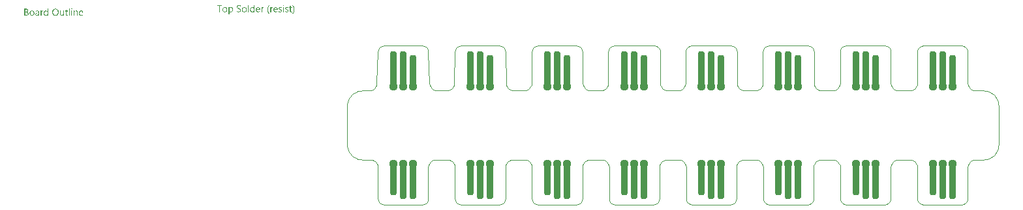
<source format=gts>
G04*
G04 #@! TF.GenerationSoftware,Altium Limited,Altium Designer,21.9.2 (33)*
G04*
G04 Layer_Color=8388736*
%FSLAX42Y42*%
%MOMM*%
G71*
G04*
G04 #@! TF.SameCoordinates,3B3C94B3-70F9-448F-95CB-C861D5BFCF53*
G04*
G04*
G04 #@! TF.FilePolarity,Negative*
G04*
G01*
G75*
%ADD13C,0.10*%
G04:AMPARAMS|DCode=14|XSize=0.9mm|YSize=4.3mm|CornerRadius=0.35mm|HoleSize=0mm|Usage=FLASHONLY|Rotation=180.000|XOffset=0mm|YOffset=0mm|HoleType=Round|Shape=RoundedRectangle|*
%AMROUNDEDRECTD14*
21,1,0.90,3.60,0,0,180.0*
21,1,0.20,4.30,0,0,180.0*
1,1,0.70,-0.10,1.80*
1,1,0.70,0.10,1.80*
1,1,0.70,0.10,-1.80*
1,1,0.70,-0.10,-1.80*
%
%ADD14ROUNDEDRECTD14*%
G04:AMPARAMS|DCode=15|XSize=0.9mm|YSize=4.8mm|CornerRadius=0.35mm|HoleSize=0mm|Usage=FLASHONLY|Rotation=180.000|XOffset=0mm|YOffset=0mm|HoleType=Round|Shape=RoundedRectangle|*
%AMROUNDEDRECTD15*
21,1,0.90,4.10,0,0,180.0*
21,1,0.20,4.80,0,0,180.0*
1,1,0.70,-0.10,2.05*
1,1,0.70,0.10,2.05*
1,1,0.70,0.10,-2.05*
1,1,0.70,-0.10,-2.05*
%
%ADD15ROUNDEDRECTD15*%
%ADD16C,1.11*%
%ADD17C,0.15*%
G36*
X3849Y4065D02*
X3850Y4065D01*
X3851Y4064D01*
X3852Y4064D01*
X3853Y4063D01*
X3853Y4063D01*
X3853Y4063D01*
X3854Y4062D01*
X3855Y4060D01*
X3855Y4059D01*
X3855Y4058D01*
X3855Y4058D01*
X3855Y4058D01*
X3855Y4057D01*
X3855Y4057D01*
X3854Y4055D01*
X3854Y4054D01*
X3853Y4054D01*
X3853Y4054D01*
X3853Y4053D01*
X3852Y4053D01*
X3850Y4052D01*
X3849Y4052D01*
X3848Y4052D01*
X3848Y4052D01*
X3847Y4052D01*
X3847Y4052D01*
X3845Y4053D01*
X3844Y4053D01*
X3844Y4053D01*
X3844Y4054D01*
X3843Y4054D01*
X3843Y4054D01*
X3843Y4055D01*
X3842Y4056D01*
X3842Y4057D01*
X3842Y4058D01*
X3842Y4059D01*
X3842Y4059D01*
X3842Y4059D01*
X3842Y4060D01*
X3843Y4062D01*
X3843Y4062D01*
X3844Y4063D01*
X3844Y4063D01*
X3844Y4063D01*
X3845Y4064D01*
X3846Y4065D01*
X3847Y4065D01*
X3849Y4065D01*
X3849Y4065D01*
X3849Y4065D02*
G37*
G36*
X3276Y4062D02*
X3277Y4062D01*
X3280Y4062D01*
X3283Y4062D01*
X3286Y4061D01*
X3289Y4060D01*
X3291Y4060D01*
X3292Y4059D01*
X3292Y4048D01*
X3292Y4048D01*
X3292Y4048D01*
X3291Y4048D01*
X3290Y4048D01*
X3290Y4049D01*
X3289Y4049D01*
X3286Y4050D01*
X3284Y4051D01*
X3280Y4052D01*
X3276Y4053D01*
X3272Y4053D01*
X3270Y4053D01*
X3269Y4053D01*
X3268Y4053D01*
X3267Y4053D01*
X3265Y4052D01*
X3265Y4052D01*
X3264Y4052D01*
X3263Y4052D01*
X3263Y4052D01*
X3261Y4051D01*
X3259Y4050D01*
X3258Y4050D01*
X3258Y4050D01*
X3258Y4049D01*
X3257Y4049D01*
X3256Y4048D01*
X3254Y4046D01*
X3254Y4046D01*
X3254Y4045D01*
X3254Y4045D01*
X3253Y4044D01*
X3253Y4043D01*
X3253Y4042D01*
X3253Y4040D01*
X3253Y4039D01*
X3253Y4039D01*
X3253Y4038D01*
X3253Y4038D01*
X3253Y4036D01*
X3254Y4034D01*
X3254Y4034D01*
X3254Y4033D01*
X3254Y4033D01*
X3255Y4032D01*
X3256Y4031D01*
X3258Y4029D01*
X3258Y4029D01*
X3258Y4029D01*
X3259Y4028D01*
X3259Y4028D01*
X3260Y4027D01*
X3261Y4027D01*
X3264Y4025D01*
X3264Y4025D01*
X3264Y4025D01*
X3265Y4024D01*
X3266Y4024D01*
X3267Y4023D01*
X3269Y4023D01*
X3272Y4021D01*
X3272Y4021D01*
X3273Y4020D01*
X3274Y4020D01*
X3275Y4019D01*
X3276Y4019D01*
X3278Y4018D01*
X3281Y4016D01*
X3281Y4016D01*
X3282Y4015D01*
X3283Y4015D01*
X3284Y4014D01*
X3286Y4012D01*
X3289Y4010D01*
X3289Y4010D01*
X3289Y4010D01*
X3290Y4009D01*
X3290Y4008D01*
X3291Y4007D01*
X3292Y4006D01*
X3294Y4003D01*
X3294Y4003D01*
X3294Y4002D01*
X3294Y4002D01*
X3295Y4001D01*
X3295Y3999D01*
X3295Y3998D01*
X3296Y3996D01*
X3296Y3994D01*
X3296Y3994D01*
X3296Y3993D01*
X3296Y3992D01*
X3295Y3990D01*
X3295Y3989D01*
X3295Y3987D01*
X3294Y3985D01*
X3293Y3983D01*
X3293Y3983D01*
X3293Y3982D01*
X3292Y3981D01*
X3291Y3980D01*
X3290Y3979D01*
X3289Y3978D01*
X3288Y3977D01*
X3286Y3976D01*
X3286Y3975D01*
X3285Y3975D01*
X3284Y3975D01*
X3283Y3974D01*
X3282Y3973D01*
X3280Y3973D01*
X3278Y3972D01*
X3276Y3972D01*
X3276Y3972D01*
X3275Y3971D01*
X3274Y3971D01*
X3272Y3971D01*
X3271Y3971D01*
X3268Y3970D01*
X3266Y3970D01*
X3263Y3970D01*
X3261Y3970D01*
X3259Y3971D01*
X3258Y3971D01*
X3257Y3971D01*
X3257Y3971D01*
X3255Y3971D01*
X3252Y3972D01*
X3252Y3972D01*
X3252Y3972D01*
X3251Y3972D01*
X3250Y3972D01*
X3248Y3973D01*
X3246Y3973D01*
X3246Y3973D01*
X3246Y3973D01*
X3245Y3973D01*
X3245Y3974D01*
X3243Y3974D01*
X3241Y3975D01*
X3241Y3988D01*
X3242Y3987D01*
X3242Y3987D01*
X3242Y3987D01*
X3243Y3987D01*
X3245Y3985D01*
X3247Y3984D01*
X3247Y3984D01*
X3247Y3984D01*
X3248Y3984D01*
X3249Y3983D01*
X3251Y3982D01*
X3253Y3982D01*
X3253Y3982D01*
X3253Y3981D01*
X3254Y3981D01*
X3255Y3981D01*
X3257Y3981D01*
X3259Y3980D01*
X3260Y3980D01*
X3261Y3980D01*
X3261Y3980D01*
X3263Y3980D01*
X3265Y3980D01*
X3267Y3980D01*
X3269Y3980D01*
X3271Y3980D01*
X3273Y3980D01*
X3276Y3981D01*
X3278Y3982D01*
X3280Y3983D01*
X3280Y3983D01*
X3281Y3984D01*
X3282Y3985D01*
X3282Y3986D01*
X3283Y3987D01*
X3284Y3989D01*
X3285Y3991D01*
X3285Y3993D01*
X3285Y3994D01*
X3285Y3994D01*
X3285Y3995D01*
X3285Y3996D01*
X3284Y3998D01*
X3283Y4000D01*
X3283Y4000D01*
X3283Y4000D01*
X3282Y4001D01*
X3282Y4001D01*
X3281Y4003D01*
X3279Y4005D01*
X3279Y4005D01*
X3278Y4005D01*
X3278Y4005D01*
X3277Y4006D01*
X3276Y4007D01*
X3275Y4007D01*
X3272Y4009D01*
X3272Y4009D01*
X3271Y4009D01*
X3271Y4010D01*
X3270Y4010D01*
X3268Y4011D01*
X3267Y4012D01*
X3264Y4013D01*
X3264Y4013D01*
X3263Y4014D01*
X3262Y4014D01*
X3261Y4015D01*
X3260Y4015D01*
X3258Y4016D01*
X3255Y4018D01*
X3255Y4018D01*
X3254Y4018D01*
X3254Y4019D01*
X3253Y4020D01*
X3250Y4021D01*
X3248Y4023D01*
X3248Y4023D01*
X3248Y4024D01*
X3247Y4024D01*
X3246Y4025D01*
X3246Y4026D01*
X3245Y4027D01*
X3243Y4030D01*
X3243Y4030D01*
X3243Y4031D01*
X3243Y4031D01*
X3243Y4032D01*
X3242Y4034D01*
X3242Y4035D01*
X3242Y4037D01*
X3242Y4039D01*
X3242Y4039D01*
X3242Y4040D01*
X3242Y4041D01*
X3242Y4042D01*
X3242Y4044D01*
X3243Y4046D01*
X3243Y4048D01*
X3244Y4049D01*
X3244Y4049D01*
X3245Y4050D01*
X3245Y4051D01*
X3246Y4052D01*
X3247Y4053D01*
X3248Y4054D01*
X3250Y4056D01*
X3251Y4057D01*
X3251Y4057D01*
X3252Y4057D01*
X3253Y4058D01*
X3254Y4058D01*
X3256Y4059D01*
X3257Y4060D01*
X3259Y4060D01*
X3261Y4061D01*
X3262Y4061D01*
X3262Y4061D01*
X3263Y4062D01*
X3265Y4062D01*
X3267Y4062D01*
X3268Y4062D01*
X3273Y4063D01*
X3275Y4063D01*
X3276Y4062D01*
X3276Y4062D02*
G37*
G36*
X3472Y3972D02*
X3462Y3972D01*
X3462Y3982D01*
X3462Y3982D01*
X3462Y3982D01*
X3462Y3982D01*
X3461Y3981D01*
X3461Y3981D01*
X3460Y3980D01*
X3459Y3979D01*
X3458Y3978D01*
X3457Y3976D01*
X3455Y3975D01*
X3453Y3974D01*
X3452Y3973D01*
X3450Y3972D01*
X3448Y3971D01*
X3445Y3971D01*
X3443Y3970D01*
X3440Y3970D01*
X3439Y3970D01*
X3438Y3970D01*
X3437Y3971D01*
X3436Y3971D01*
X3433Y3971D01*
X3430Y3972D01*
X3427Y3974D01*
X3425Y3975D01*
X3424Y3976D01*
X3422Y3977D01*
X3421Y3979D01*
X3421Y3979D01*
X3420Y3979D01*
X3420Y3980D01*
X3420Y3980D01*
X3419Y3981D01*
X3418Y3982D01*
X3418Y3984D01*
X3417Y3985D01*
X3416Y3987D01*
X3416Y3988D01*
X3415Y3990D01*
X3415Y3992D01*
X3414Y3994D01*
X3414Y3997D01*
X3414Y3999D01*
X3414Y4002D01*
X3414Y4002D01*
X3414Y4003D01*
X3414Y4004D01*
X3414Y4005D01*
X3414Y4006D01*
X3414Y4008D01*
X3414Y4009D01*
X3415Y4011D01*
X3415Y4015D01*
X3417Y4020D01*
X3418Y4022D01*
X3419Y4024D01*
X3420Y4025D01*
X3421Y4027D01*
X3422Y4028D01*
X3422Y4028D01*
X3422Y4028D01*
X3423Y4029D01*
X3424Y4030D01*
X3425Y4030D01*
X3426Y4031D01*
X3427Y4032D01*
X3430Y4034D01*
X3434Y4036D01*
X3436Y4036D01*
X3438Y4037D01*
X3440Y4037D01*
X3443Y4037D01*
X3444Y4037D01*
X3445Y4037D01*
X3446Y4037D01*
X3447Y4037D01*
X3450Y4036D01*
X3453Y4034D01*
X3455Y4034D01*
X3456Y4033D01*
X3458Y4031D01*
X3459Y4030D01*
X3461Y4028D01*
X3462Y4027D01*
X3462Y4027D01*
X3462Y4066D01*
X3472Y4066D01*
X3472Y3972D01*
X3472Y3972D02*
G37*
G36*
X3169Y4037D02*
X3170Y4037D01*
X3171Y4037D01*
X3174Y4036D01*
X3177Y4035D01*
X3180Y4033D01*
X3182Y4032D01*
X3183Y4031D01*
X3185Y4030D01*
X3186Y4028D01*
X3186Y4028D01*
X3187Y4028D01*
X3187Y4027D01*
X3187Y4027D01*
X3188Y4026D01*
X3188Y4025D01*
X3189Y4024D01*
X3190Y4022D01*
X3190Y4021D01*
X3191Y4019D01*
X3192Y4017D01*
X3192Y4015D01*
X3193Y4011D01*
X3193Y4008D01*
X3193Y4005D01*
X3193Y4005D01*
X3193Y4005D01*
X3193Y4004D01*
X3193Y4003D01*
X3193Y4001D01*
X3193Y4000D01*
X3193Y3998D01*
X3192Y3996D01*
X3191Y3992D01*
X3190Y3988D01*
X3189Y3986D01*
X3188Y3984D01*
X3187Y3982D01*
X3185Y3980D01*
X3185Y3980D01*
X3185Y3979D01*
X3185Y3979D01*
X3184Y3978D01*
X3183Y3978D01*
X3182Y3977D01*
X3181Y3976D01*
X3180Y3975D01*
X3178Y3974D01*
X3177Y3973D01*
X3173Y3972D01*
X3171Y3971D01*
X3169Y3971D01*
X3167Y3970D01*
X3164Y3970D01*
X3163Y3970D01*
X3162Y3970D01*
X3161Y3971D01*
X3160Y3971D01*
X3157Y3972D01*
X3154Y3973D01*
X3152Y3974D01*
X3151Y3975D01*
X3149Y3976D01*
X3148Y3977D01*
X3146Y3979D01*
X3145Y3981D01*
X3145Y3981D01*
X3145Y3942D01*
X3134Y3942D01*
X3134Y4036D01*
X3145Y4036D01*
X3145Y4024D01*
X3145Y4024D01*
X3145Y4024D01*
X3145Y4025D01*
X3146Y4025D01*
X3146Y4026D01*
X3147Y4027D01*
X3148Y4028D01*
X3149Y4029D01*
X3151Y4031D01*
X3152Y4032D01*
X3154Y4033D01*
X3155Y4034D01*
X3157Y4035D01*
X3160Y4036D01*
X3162Y4037D01*
X3164Y4037D01*
X3167Y4037D01*
X3168Y4037D01*
X3169Y4037D01*
X3169Y4037D02*
G37*
G36*
X3898Y4037D02*
X3900Y4037D01*
X3902Y4036D01*
X3904Y4036D01*
X3907Y4035D01*
X3909Y4034D01*
X3909Y4024D01*
X3909Y4024D01*
X3908Y4025D01*
X3907Y4025D01*
X3905Y4026D01*
X3903Y4027D01*
X3900Y4028D01*
X3897Y4028D01*
X3893Y4028D01*
X3892Y4028D01*
X3890Y4028D01*
X3888Y4028D01*
X3888Y4028D01*
X3888Y4028D01*
X3887Y4027D01*
X3886Y4027D01*
X3884Y4026D01*
X3884Y4026D01*
X3883Y4025D01*
X3882Y4024D01*
X3882Y4023D01*
X3882Y4023D01*
X3881Y4022D01*
X3881Y4021D01*
X3881Y4019D01*
X3881Y4019D01*
X3881Y4019D01*
X3881Y4018D01*
X3881Y4018D01*
X3881Y4017D01*
X3882Y4015D01*
X3882Y4015D01*
X3882Y4014D01*
X3883Y4013D01*
X3884Y4012D01*
X3884Y4012D01*
X3885Y4012D01*
X3886Y4011D01*
X3887Y4011D01*
X3889Y4010D01*
X3889Y4010D01*
X3889Y4010D01*
X3890Y4009D01*
X3890Y4009D01*
X3892Y4009D01*
X3894Y4008D01*
X3894Y4008D01*
X3895Y4007D01*
X3896Y4007D01*
X3897Y4007D01*
X3899Y4006D01*
X3902Y4004D01*
X3902Y4004D01*
X3902Y4004D01*
X3903Y4004D01*
X3904Y4003D01*
X3906Y4002D01*
X3908Y4000D01*
X3908Y4000D01*
X3908Y4000D01*
X3908Y4000D01*
X3909Y3999D01*
X3910Y3997D01*
X3911Y3995D01*
X3911Y3995D01*
X3911Y3995D01*
X3912Y3994D01*
X3912Y3993D01*
X3912Y3992D01*
X3912Y3991D01*
X3912Y3989D01*
X3912Y3989D01*
X3912Y3988D01*
X3912Y3987D01*
X3912Y3986D01*
X3912Y3985D01*
X3912Y3983D01*
X3911Y3982D01*
X3910Y3981D01*
X3910Y3980D01*
X3910Y3980D01*
X3909Y3979D01*
X3909Y3978D01*
X3908Y3978D01*
X3907Y3977D01*
X3905Y3975D01*
X3905Y3975D01*
X3904Y3974D01*
X3904Y3974D01*
X3902Y3973D01*
X3901Y3973D01*
X3900Y3972D01*
X3898Y3972D01*
X3897Y3971D01*
X3897Y3971D01*
X3896Y3971D01*
X3895Y3971D01*
X3894Y3971D01*
X3892Y3971D01*
X3891Y3970D01*
X3887Y3970D01*
X3886Y3970D01*
X3884Y3970D01*
X3881Y3971D01*
X3879Y3971D01*
X3876Y3972D01*
X3873Y3973D01*
X3870Y3974D01*
X3870Y3985D01*
X3870Y3985D01*
X3870Y3985D01*
X3871Y3984D01*
X3872Y3984D01*
X3873Y3983D01*
X3876Y3982D01*
X3878Y3981D01*
X3882Y3980D01*
X3885Y3979D01*
X3889Y3979D01*
X3890Y3979D01*
X3891Y3979D01*
X3893Y3979D01*
X3895Y3980D01*
X3898Y3981D01*
X3899Y3982D01*
X3900Y3983D01*
X3901Y3984D01*
X3901Y3985D01*
X3902Y3986D01*
X3902Y3988D01*
X3902Y3988D01*
X3902Y3988D01*
X3902Y3989D01*
X3902Y3989D01*
X3901Y3991D01*
X3901Y3992D01*
X3901Y3992D01*
X3901Y3992D01*
X3900Y3993D01*
X3899Y3994D01*
X3898Y3995D01*
X3898Y3995D01*
X3897Y3995D01*
X3896Y3996D01*
X3895Y3997D01*
X3893Y3998D01*
X3893Y3998D01*
X3893Y3998D01*
X3892Y3998D01*
X3891Y3998D01*
X3890Y3999D01*
X3887Y4000D01*
X3887Y4000D01*
X3887Y4000D01*
X3886Y4001D01*
X3885Y4001D01*
X3882Y4002D01*
X3880Y4003D01*
X3880Y4003D01*
X3879Y4004D01*
X3879Y4004D01*
X3878Y4004D01*
X3876Y4006D01*
X3875Y4007D01*
X3874Y4007D01*
X3874Y4007D01*
X3874Y4008D01*
X3873Y4009D01*
X3872Y4010D01*
X3871Y4012D01*
X3871Y4012D01*
X3871Y4012D01*
X3871Y4013D01*
X3871Y4014D01*
X3871Y4015D01*
X3870Y4016D01*
X3870Y4019D01*
X3870Y4019D01*
X3870Y4019D01*
X3870Y4020D01*
X3871Y4021D01*
X3871Y4023D01*
X3871Y4024D01*
X3872Y4025D01*
X3872Y4026D01*
X3873Y4027D01*
X3873Y4027D01*
X3873Y4028D01*
X3874Y4028D01*
X3876Y4030D01*
X3878Y4032D01*
X3878Y4032D01*
X3878Y4033D01*
X3879Y4033D01*
X3880Y4034D01*
X3881Y4034D01*
X3882Y4035D01*
X3886Y4036D01*
X3886Y4036D01*
X3886Y4036D01*
X3887Y4036D01*
X3888Y4036D01*
X3890Y4037D01*
X3891Y4037D01*
X3895Y4037D01*
X3896Y4037D01*
X3898Y4037D01*
X3898Y4037D02*
G37*
G36*
X3812Y4037D02*
X3815Y4037D01*
X3817Y4036D01*
X3819Y4036D01*
X3822Y4035D01*
X3824Y4034D01*
X3824Y4024D01*
X3824Y4024D01*
X3823Y4025D01*
X3822Y4025D01*
X3820Y4026D01*
X3817Y4027D01*
X3815Y4028D01*
X3811Y4028D01*
X3808Y4028D01*
X3806Y4028D01*
X3805Y4028D01*
X3803Y4028D01*
X3803Y4028D01*
X3803Y4028D01*
X3802Y4027D01*
X3800Y4027D01*
X3799Y4026D01*
X3799Y4026D01*
X3798Y4025D01*
X3797Y4024D01*
X3796Y4023D01*
X3796Y4023D01*
X3796Y4022D01*
X3796Y4021D01*
X3795Y4019D01*
X3795Y4019D01*
X3795Y4019D01*
X3795Y4018D01*
X3796Y4018D01*
X3796Y4017D01*
X3796Y4015D01*
X3797Y4015D01*
X3797Y4014D01*
X3798Y4013D01*
X3799Y4012D01*
X3799Y4012D01*
X3799Y4012D01*
X3800Y4011D01*
X3802Y4011D01*
X3803Y4010D01*
X3804Y4010D01*
X3804Y4010D01*
X3804Y4009D01*
X3805Y4009D01*
X3807Y4009D01*
X3809Y4008D01*
X3809Y4008D01*
X3810Y4007D01*
X3811Y4007D01*
X3812Y4007D01*
X3814Y4006D01*
X3817Y4004D01*
X3817Y4004D01*
X3817Y4004D01*
X3818Y4004D01*
X3819Y4003D01*
X3820Y4002D01*
X3822Y4000D01*
X3823Y4000D01*
X3823Y4000D01*
X3823Y4000D01*
X3824Y3999D01*
X3825Y3997D01*
X3826Y3995D01*
X3826Y3995D01*
X3826Y3995D01*
X3826Y3994D01*
X3827Y3993D01*
X3827Y3992D01*
X3827Y3991D01*
X3827Y3989D01*
X3827Y3989D01*
X3827Y3988D01*
X3827Y3987D01*
X3827Y3986D01*
X3827Y3985D01*
X3826Y3983D01*
X3826Y3982D01*
X3825Y3981D01*
X3825Y3980D01*
X3825Y3980D01*
X3824Y3979D01*
X3824Y3978D01*
X3823Y3978D01*
X3822Y3977D01*
X3820Y3975D01*
X3819Y3975D01*
X3819Y3974D01*
X3818Y3974D01*
X3817Y3973D01*
X3816Y3973D01*
X3815Y3972D01*
X3813Y3972D01*
X3812Y3971D01*
X3811Y3971D01*
X3811Y3971D01*
X3810Y3971D01*
X3809Y3971D01*
X3807Y3971D01*
X3806Y3970D01*
X3802Y3970D01*
X3800Y3970D01*
X3798Y3970D01*
X3796Y3971D01*
X3793Y3971D01*
X3791Y3972D01*
X3788Y3973D01*
X3785Y3974D01*
X3785Y3985D01*
X3785Y3985D01*
X3785Y3985D01*
X3786Y3984D01*
X3786Y3984D01*
X3788Y3983D01*
X3790Y3982D01*
X3793Y3981D01*
X3796Y3980D01*
X3800Y3979D01*
X3803Y3979D01*
X3805Y3979D01*
X3805Y3979D01*
X3808Y3979D01*
X3810Y3980D01*
X3812Y3981D01*
X3814Y3982D01*
X3815Y3983D01*
X3815Y3984D01*
X3816Y3985D01*
X3817Y3986D01*
X3817Y3988D01*
X3817Y3988D01*
X3817Y3988D01*
X3817Y3989D01*
X3817Y3989D01*
X3816Y3991D01*
X3816Y3992D01*
X3816Y3992D01*
X3815Y3992D01*
X3815Y3993D01*
X3814Y3994D01*
X3812Y3995D01*
X3812Y3995D01*
X3812Y3995D01*
X3811Y3996D01*
X3810Y3997D01*
X3808Y3998D01*
X3808Y3998D01*
X3807Y3998D01*
X3807Y3998D01*
X3806Y3998D01*
X3804Y3999D01*
X3802Y4000D01*
X3802Y4000D01*
X3801Y4000D01*
X3801Y4001D01*
X3800Y4001D01*
X3797Y4002D01*
X3795Y4003D01*
X3795Y4003D01*
X3794Y4004D01*
X3794Y4004D01*
X3793Y4004D01*
X3791Y4006D01*
X3789Y4007D01*
X3789Y4007D01*
X3789Y4007D01*
X3789Y4008D01*
X3788Y4009D01*
X3787Y4010D01*
X3786Y4012D01*
X3786Y4012D01*
X3786Y4012D01*
X3786Y4013D01*
X3786Y4014D01*
X3785Y4015D01*
X3785Y4016D01*
X3785Y4019D01*
X3785Y4019D01*
X3785Y4019D01*
X3785Y4020D01*
X3785Y4021D01*
X3786Y4023D01*
X3786Y4024D01*
X3787Y4025D01*
X3787Y4026D01*
X3787Y4027D01*
X3787Y4027D01*
X3788Y4028D01*
X3789Y4028D01*
X3790Y4030D01*
X3793Y4032D01*
X3793Y4032D01*
X3793Y4033D01*
X3794Y4033D01*
X3795Y4034D01*
X3796Y4034D01*
X3797Y4035D01*
X3800Y4036D01*
X3801Y4036D01*
X3801Y4036D01*
X3802Y4036D01*
X3803Y4036D01*
X3804Y4037D01*
X3806Y4037D01*
X3809Y4037D01*
X3811Y4037D01*
X3812Y4037D01*
X3812Y4037D02*
G37*
G36*
X3707Y4037D02*
X3709Y4036D01*
X3710Y4036D01*
X3711Y4036D01*
X3711Y4025D01*
X3711Y4025D01*
X3710Y4025D01*
X3710Y4026D01*
X3709Y4026D01*
X3708Y4027D01*
X3707Y4027D01*
X3705Y4027D01*
X3703Y4027D01*
X3703Y4027D01*
X3702Y4027D01*
X3701Y4027D01*
X3699Y4026D01*
X3698Y4026D01*
X3696Y4025D01*
X3694Y4023D01*
X3692Y4021D01*
X3692Y4021D01*
X3692Y4020D01*
X3691Y4018D01*
X3690Y4017D01*
X3689Y4014D01*
X3688Y4011D01*
X3688Y4008D01*
X3688Y4004D01*
X3688Y3972D01*
X3678Y3972D01*
X3678Y4036D01*
X3688Y4036D01*
X3688Y4022D01*
X3688Y4022D01*
X3688Y4023D01*
X3688Y4023D01*
X3689Y4023D01*
X3689Y4025D01*
X3690Y4026D01*
X3691Y4028D01*
X3692Y4030D01*
X3693Y4031D01*
X3695Y4033D01*
X3695Y4033D01*
X3696Y4034D01*
X3696Y4034D01*
X3698Y4035D01*
X3699Y4035D01*
X3701Y4036D01*
X3703Y4037D01*
X3705Y4037D01*
X3706Y4037D01*
X3707Y4037D01*
X3707Y4037D02*
G37*
G36*
X3589Y4037D02*
X3591Y4036D01*
X3592Y4036D01*
X3593Y4036D01*
X3593Y4025D01*
X3593Y4025D01*
X3593Y4025D01*
X3592Y4026D01*
X3591Y4026D01*
X3590Y4027D01*
X3589Y4027D01*
X3587Y4027D01*
X3585Y4027D01*
X3585Y4027D01*
X3584Y4027D01*
X3583Y4027D01*
X3582Y4026D01*
X3580Y4026D01*
X3578Y4025D01*
X3576Y4023D01*
X3574Y4021D01*
X3574Y4021D01*
X3574Y4020D01*
X3573Y4018D01*
X3572Y4017D01*
X3571Y4014D01*
X3571Y4011D01*
X3570Y4008D01*
X3570Y4004D01*
X3570Y3972D01*
X3560Y3972D01*
X3560Y4036D01*
X3570Y4036D01*
X3570Y4022D01*
X3570Y4022D01*
X3570Y4023D01*
X3571Y4023D01*
X3571Y4023D01*
X3571Y4025D01*
X3572Y4026D01*
X3573Y4028D01*
X3574Y4030D01*
X3575Y4031D01*
X3577Y4033D01*
X3577Y4033D01*
X3578Y4034D01*
X3579Y4034D01*
X3580Y4035D01*
X3581Y4035D01*
X3583Y4036D01*
X3585Y4037D01*
X3587Y4037D01*
X3588Y4037D01*
X3589Y4037D01*
X3589Y4037D02*
G37*
G36*
X1100Y4019D02*
X1101Y4019D01*
X1102Y4019D01*
X1103Y4018D01*
X1104Y4018D01*
X1104Y4018D01*
X1104Y4017D01*
X1105Y4017D01*
X1105Y4015D01*
X1105Y4014D01*
X1106Y4013D01*
X1106Y4013D01*
X1106Y4013D01*
X1105Y4012D01*
X1105Y4011D01*
X1105Y4010D01*
X1104Y4009D01*
X1104Y4008D01*
X1103Y4008D01*
X1103Y4008D01*
X1102Y4007D01*
X1101Y4007D01*
X1100Y4007D01*
X1099Y4006D01*
X1098Y4006D01*
X1098Y4007D01*
X1097Y4007D01*
X1096Y4007D01*
X1095Y4008D01*
X1094Y4008D01*
X1094Y4008D01*
X1094Y4008D01*
X1094Y4009D01*
X1093Y4009D01*
X1093Y4011D01*
X1093Y4012D01*
X1092Y4013D01*
X1092Y4013D01*
X1092Y4014D01*
X1093Y4014D01*
X1093Y4015D01*
X1093Y4016D01*
X1094Y4017D01*
X1094Y4018D01*
X1094Y4018D01*
X1095Y4018D01*
X1096Y4019D01*
X1097Y4019D01*
X1098Y4020D01*
X1099Y4020D01*
X1100Y4019D01*
X1100Y4019D02*
G37*
G36*
X795Y3926D02*
X785Y3926D01*
X785Y3937D01*
X785Y3937D01*
X785Y3937D01*
X785Y3937D01*
X784Y3936D01*
X784Y3935D01*
X783Y3934D01*
X782Y3933D01*
X781Y3932D01*
X779Y3931D01*
X778Y3930D01*
X776Y3929D01*
X775Y3928D01*
X773Y3927D01*
X771Y3926D01*
X768Y3925D01*
X766Y3925D01*
X763Y3925D01*
X762Y3925D01*
X761Y3925D01*
X760Y3925D01*
X759Y3925D01*
X756Y3926D01*
X753Y3927D01*
X750Y3929D01*
X748Y3930D01*
X747Y3931D01*
X745Y3932D01*
X744Y3933D01*
X744Y3934D01*
X743Y3934D01*
X743Y3934D01*
X743Y3935D01*
X742Y3936D01*
X741Y3937D01*
X741Y3938D01*
X740Y3940D01*
X739Y3941D01*
X739Y3943D01*
X738Y3945D01*
X738Y3947D01*
X737Y3949D01*
X737Y3952D01*
X737Y3954D01*
X737Y3957D01*
X737Y3957D01*
X737Y3957D01*
X737Y3958D01*
X737Y3959D01*
X737Y3961D01*
X737Y3962D01*
X737Y3964D01*
X738Y3966D01*
X738Y3970D01*
X740Y3974D01*
X741Y3976D01*
X742Y3978D01*
X743Y3980D01*
X744Y3982D01*
X745Y3982D01*
X745Y3983D01*
X745Y3983D01*
X746Y3984D01*
X747Y3984D01*
X748Y3985D01*
X749Y3986D01*
X750Y3987D01*
X753Y3989D01*
X757Y3990D01*
X759Y3991D01*
X761Y3991D01*
X763Y3992D01*
X766Y3992D01*
X767Y3992D01*
X768Y3992D01*
X769Y3991D01*
X770Y3991D01*
X773Y3990D01*
X776Y3989D01*
X778Y3988D01*
X779Y3987D01*
X781Y3986D01*
X782Y3985D01*
X784Y3983D01*
X785Y3981D01*
X785Y3981D01*
X785Y4021D01*
X795Y4021D01*
X795Y3926D01*
X795Y3926D02*
G37*
G36*
X1158Y3992D02*
X1160Y3991D01*
X1162Y3991D01*
X1165Y3990D01*
X1167Y3989D01*
X1170Y3987D01*
X1171Y3986D01*
X1172Y3985D01*
X1172Y3985D01*
X1173Y3984D01*
X1174Y3982D01*
X1175Y3980D01*
X1176Y3977D01*
X1177Y3974D01*
X1177Y3970D01*
X1178Y3965D01*
X1178Y3926D01*
X1167Y3926D01*
X1167Y3963D01*
X1167Y3963D01*
X1167Y3964D01*
X1167Y3965D01*
X1167Y3966D01*
X1167Y3967D01*
X1167Y3969D01*
X1166Y3971D01*
X1165Y3973D01*
X1165Y3975D01*
X1164Y3977D01*
X1162Y3978D01*
X1161Y3980D01*
X1159Y3981D01*
X1157Y3982D01*
X1155Y3983D01*
X1153Y3983D01*
X1152Y3983D01*
X1151Y3983D01*
X1150Y3983D01*
X1148Y3982D01*
X1146Y3982D01*
X1144Y3981D01*
X1142Y3979D01*
X1140Y3977D01*
X1140Y3977D01*
X1139Y3976D01*
X1138Y3975D01*
X1137Y3973D01*
X1136Y3971D01*
X1136Y3969D01*
X1135Y3966D01*
X1135Y3963D01*
X1135Y3926D01*
X1125Y3926D01*
X1125Y3990D01*
X1135Y3990D01*
X1135Y3980D01*
X1135Y3980D01*
X1135Y3980D01*
X1135Y3980D01*
X1136Y3981D01*
X1137Y3981D01*
X1137Y3982D01*
X1138Y3983D01*
X1139Y3984D01*
X1140Y3986D01*
X1142Y3987D01*
X1143Y3988D01*
X1145Y3989D01*
X1147Y3990D01*
X1149Y3991D01*
X1151Y3991D01*
X1154Y3992D01*
X1156Y3992D01*
X1157Y3992D01*
X1158Y3992D01*
X1158Y3992D02*
G37*
G36*
X726Y3991D02*
X728Y3991D01*
X729Y3991D01*
X730Y3990D01*
X730Y3980D01*
X730Y3980D01*
X729Y3980D01*
X729Y3981D01*
X728Y3981D01*
X727Y3981D01*
X725Y3982D01*
X724Y3982D01*
X722Y3982D01*
X722Y3982D01*
X721Y3982D01*
X720Y3982D01*
X718Y3981D01*
X716Y3980D01*
X715Y3979D01*
X713Y3978D01*
X711Y3976D01*
X711Y3975D01*
X710Y3975D01*
X710Y3973D01*
X709Y3971D01*
X708Y3969D01*
X707Y3966D01*
X707Y3963D01*
X707Y3959D01*
X707Y3926D01*
X696Y3926D01*
X696Y3990D01*
X707Y3990D01*
X707Y3977D01*
X707Y3977D01*
X707Y3977D01*
X707Y3977D01*
X707Y3978D01*
X708Y3979D01*
X709Y3981D01*
X710Y3983D01*
X711Y3984D01*
X712Y3986D01*
X714Y3988D01*
X714Y3988D01*
X714Y3988D01*
X715Y3989D01*
X717Y3989D01*
X718Y3990D01*
X720Y3991D01*
X722Y3991D01*
X724Y3991D01*
X725Y3991D01*
X726Y3991D01*
X726Y3991D02*
G37*
G36*
X3853Y3972D02*
X3843Y3972D01*
X3843Y4036D01*
X3853Y4036D01*
X3853Y3972D01*
X3853Y3972D02*
G37*
G36*
X3397Y3972D02*
X3387Y3972D01*
X3387Y4066D01*
X3397Y4066D01*
X3397Y3972D01*
X3397Y3972D02*
G37*
G36*
X3047Y4052D02*
X3021Y4052D01*
X3021Y3972D01*
X3011Y3972D01*
X3011Y4052D01*
X2985Y4052D01*
X2985Y4061D01*
X3047Y4061D01*
X3047Y4052D01*
X3047Y4052D02*
G37*
G36*
X3942Y4036D02*
X3958Y4036D01*
X3958Y4027D01*
X3942Y4027D01*
X3942Y3991D01*
X3942Y3990D01*
X3942Y3990D01*
X3942Y3989D01*
X3942Y3987D01*
X3943Y3984D01*
X3943Y3983D01*
X3944Y3982D01*
X3944Y3981D01*
X3944Y3981D01*
X3945Y3981D01*
X3946Y3980D01*
X3947Y3980D01*
X3948Y3979D01*
X3949Y3979D01*
X3951Y3979D01*
X3952Y3979D01*
X3953Y3979D01*
X3954Y3979D01*
X3956Y3980D01*
X3957Y3980D01*
X3958Y3981D01*
X3958Y3972D01*
X3958Y3972D01*
X3957Y3972D01*
X3956Y3972D01*
X3955Y3971D01*
X3954Y3971D01*
X3952Y3971D01*
X3951Y3971D01*
X3948Y3970D01*
X3948Y3970D01*
X3947Y3971D01*
X3946Y3971D01*
X3944Y3971D01*
X3943Y3971D01*
X3942Y3972D01*
X3940Y3973D01*
X3938Y3974D01*
X3937Y3975D01*
X3935Y3976D01*
X3934Y3978D01*
X3933Y3980D01*
X3932Y3983D01*
X3932Y3986D01*
X3931Y3989D01*
X3931Y4027D01*
X3921Y4027D01*
X3921Y4036D01*
X3931Y4036D01*
X3931Y4051D01*
X3942Y4054D01*
X3942Y4036D01*
X3942Y4036D02*
G37*
G36*
X3749Y4037D02*
X3750Y4037D01*
X3751Y4037D01*
X3754Y4036D01*
X3757Y4035D01*
X3760Y4034D01*
X3762Y4033D01*
X3764Y4031D01*
X3765Y4030D01*
X3766Y4029D01*
X3767Y4029D01*
X3767Y4028D01*
X3767Y4028D01*
X3768Y4027D01*
X3768Y4026D01*
X3769Y4025D01*
X3769Y4024D01*
X3770Y4023D01*
X3771Y4021D01*
X3771Y4020D01*
X3772Y4018D01*
X3772Y4016D01*
X3773Y4014D01*
X3773Y4012D01*
X3773Y4009D01*
X3773Y4006D01*
X3773Y4001D01*
X3728Y4001D01*
X3728Y4001D01*
X3728Y4001D01*
X3728Y4000D01*
X3728Y3999D01*
X3729Y3998D01*
X3729Y3997D01*
X3729Y3995D01*
X3730Y3992D01*
X3731Y3989D01*
X3732Y3987D01*
X3734Y3984D01*
X3734Y3984D01*
X3735Y3984D01*
X3736Y3983D01*
X3738Y3982D01*
X3740Y3981D01*
X3743Y3980D01*
X3746Y3979D01*
X3749Y3979D01*
X3750Y3979D01*
X3751Y3979D01*
X3752Y3979D01*
X3753Y3979D01*
X3756Y3980D01*
X3759Y3981D01*
X3762Y3982D01*
X3765Y3984D01*
X3767Y3985D01*
X3769Y3986D01*
X3769Y3976D01*
X3769Y3976D01*
X3768Y3976D01*
X3768Y3976D01*
X3767Y3975D01*
X3766Y3975D01*
X3765Y3974D01*
X3764Y3974D01*
X3763Y3973D01*
X3761Y3973D01*
X3760Y3972D01*
X3756Y3971D01*
X3751Y3971D01*
X3747Y3970D01*
X3745Y3970D01*
X3744Y3970D01*
X3743Y3971D01*
X3742Y3971D01*
X3739Y3971D01*
X3735Y3972D01*
X3732Y3974D01*
X3730Y3975D01*
X3729Y3976D01*
X3727Y3977D01*
X3725Y3979D01*
X3725Y3979D01*
X3725Y3979D01*
X3725Y3980D01*
X3724Y3981D01*
X3724Y3981D01*
X3723Y3983D01*
X3722Y3984D01*
X3722Y3985D01*
X3721Y3987D01*
X3720Y3989D01*
X3719Y3991D01*
X3719Y3993D01*
X3718Y3995D01*
X3718Y3998D01*
X3718Y4001D01*
X3718Y4003D01*
X3718Y4003D01*
X3718Y4004D01*
X3718Y4005D01*
X3718Y4006D01*
X3718Y4007D01*
X3718Y4009D01*
X3718Y4010D01*
X3719Y4012D01*
X3720Y4016D01*
X3721Y4020D01*
X3722Y4022D01*
X3723Y4024D01*
X3725Y4026D01*
X3726Y4028D01*
X3726Y4028D01*
X3726Y4028D01*
X3727Y4028D01*
X3728Y4029D01*
X3728Y4030D01*
X3729Y4031D01*
X3731Y4031D01*
X3732Y4032D01*
X3735Y4034D01*
X3738Y4036D01*
X3740Y4036D01*
X3743Y4037D01*
X3745Y4037D01*
X3747Y4037D01*
X3748Y4037D01*
X3749Y4037D01*
X3749Y4037D02*
G37*
G36*
X3520Y4037D02*
X3521Y4037D01*
X3522Y4037D01*
X3525Y4036D01*
X3528Y4035D01*
X3532Y4034D01*
X3533Y4033D01*
X3535Y4031D01*
X3536Y4030D01*
X3537Y4029D01*
X3538Y4029D01*
X3538Y4028D01*
X3538Y4028D01*
X3539Y4027D01*
X3539Y4026D01*
X3540Y4025D01*
X3540Y4024D01*
X3541Y4023D01*
X3542Y4021D01*
X3542Y4020D01*
X3543Y4018D01*
X3543Y4016D01*
X3544Y4014D01*
X3544Y4012D01*
X3544Y4009D01*
X3544Y4006D01*
X3544Y4001D01*
X3499Y4001D01*
X3499Y4001D01*
X3499Y4001D01*
X3499Y4000D01*
X3499Y3999D01*
X3500Y3998D01*
X3500Y3997D01*
X3500Y3995D01*
X3501Y3992D01*
X3502Y3989D01*
X3503Y3987D01*
X3505Y3984D01*
X3505Y3984D01*
X3506Y3984D01*
X3507Y3983D01*
X3509Y3982D01*
X3511Y3981D01*
X3514Y3980D01*
X3517Y3979D01*
X3520Y3979D01*
X3521Y3979D01*
X3522Y3979D01*
X3523Y3979D01*
X3524Y3979D01*
X3527Y3980D01*
X3530Y3981D01*
X3533Y3982D01*
X3536Y3984D01*
X3538Y3985D01*
X3540Y3986D01*
X3540Y3976D01*
X3540Y3976D01*
X3540Y3976D01*
X3539Y3976D01*
X3538Y3975D01*
X3537Y3975D01*
X3537Y3974D01*
X3535Y3974D01*
X3534Y3973D01*
X3532Y3973D01*
X3531Y3972D01*
X3527Y3971D01*
X3523Y3971D01*
X3518Y3970D01*
X3516Y3970D01*
X3515Y3970D01*
X3514Y3971D01*
X3513Y3971D01*
X3510Y3971D01*
X3507Y3972D01*
X3503Y3974D01*
X3501Y3975D01*
X3500Y3976D01*
X3498Y3977D01*
X3496Y3979D01*
X3496Y3979D01*
X3496Y3979D01*
X3496Y3980D01*
X3495Y3981D01*
X3495Y3981D01*
X3494Y3983D01*
X3493Y3984D01*
X3493Y3985D01*
X3492Y3987D01*
X3491Y3989D01*
X3490Y3991D01*
X3490Y3993D01*
X3490Y3995D01*
X3489Y3998D01*
X3489Y4001D01*
X3489Y4003D01*
X3489Y4003D01*
X3489Y4004D01*
X3489Y4005D01*
X3489Y4006D01*
X3489Y4007D01*
X3489Y4009D01*
X3489Y4010D01*
X3490Y4012D01*
X3491Y4016D01*
X3492Y4020D01*
X3493Y4022D01*
X3494Y4024D01*
X3496Y4026D01*
X3497Y4028D01*
X3497Y4028D01*
X3498Y4028D01*
X3498Y4028D01*
X3499Y4029D01*
X3499Y4030D01*
X3500Y4031D01*
X3502Y4031D01*
X3503Y4032D01*
X3506Y4034D01*
X3510Y4036D01*
X3512Y4036D01*
X3514Y4037D01*
X3516Y4037D01*
X3518Y4037D01*
X3519Y4037D01*
X3520Y4037D01*
X3520Y4037D02*
G37*
G36*
X3343Y4037D02*
X3344Y4037D01*
X3345Y4037D01*
X3348Y4036D01*
X3352Y4035D01*
X3356Y4033D01*
X3357Y4032D01*
X3359Y4031D01*
X3361Y4030D01*
X3362Y4028D01*
X3363Y4028D01*
X3363Y4028D01*
X3363Y4027D01*
X3364Y4027D01*
X3364Y4026D01*
X3365Y4025D01*
X3366Y4023D01*
X3367Y4022D01*
X3367Y4020D01*
X3368Y4018D01*
X3369Y4016D01*
X3369Y4014D01*
X3370Y4012D01*
X3370Y4009D01*
X3370Y4007D01*
X3371Y4004D01*
X3371Y4004D01*
X3371Y4003D01*
X3371Y4002D01*
X3370Y4001D01*
X3370Y4000D01*
X3370Y3998D01*
X3370Y3997D01*
X3369Y3995D01*
X3368Y3991D01*
X3367Y3987D01*
X3366Y3985D01*
X3365Y3983D01*
X3363Y3981D01*
X3362Y3979D01*
X3362Y3979D01*
X3361Y3979D01*
X3361Y3979D01*
X3360Y3978D01*
X3359Y3977D01*
X3358Y3977D01*
X3357Y3976D01*
X3356Y3975D01*
X3354Y3974D01*
X3352Y3973D01*
X3351Y3972D01*
X3349Y3972D01*
X3346Y3971D01*
X3344Y3971D01*
X3341Y3970D01*
X3339Y3970D01*
X3337Y3970D01*
X3336Y3970D01*
X3335Y3971D01*
X3334Y3971D01*
X3332Y3971D01*
X3331Y3971D01*
X3327Y3973D01*
X3323Y3974D01*
X3321Y3975D01*
X3320Y3976D01*
X3318Y3978D01*
X3316Y3979D01*
X3316Y3979D01*
X3316Y3980D01*
X3315Y3980D01*
X3315Y3981D01*
X3314Y3982D01*
X3313Y3983D01*
X3313Y3984D01*
X3312Y3985D01*
X3311Y3987D01*
X3310Y3989D01*
X3310Y3991D01*
X3309Y3993D01*
X3308Y3998D01*
X3308Y4000D01*
X3308Y4003D01*
X3308Y4003D01*
X3308Y4004D01*
X3308Y4004D01*
X3308Y4006D01*
X3308Y4007D01*
X3308Y4008D01*
X3309Y4010D01*
X3309Y4012D01*
X3310Y4016D01*
X3311Y4020D01*
X3313Y4022D01*
X3314Y4024D01*
X3315Y4026D01*
X3316Y4028D01*
X3317Y4028D01*
X3317Y4028D01*
X3317Y4029D01*
X3318Y4029D01*
X3319Y4030D01*
X3320Y4031D01*
X3321Y4032D01*
X3323Y4032D01*
X3324Y4033D01*
X3326Y4034D01*
X3328Y4035D01*
X3330Y4036D01*
X3332Y4036D01*
X3335Y4037D01*
X3338Y4037D01*
X3340Y4037D01*
X3342Y4037D01*
X3343Y4037D01*
X3343Y4037D02*
G37*
G36*
X3090Y4037D02*
X3091Y4037D01*
X3093Y4037D01*
X3096Y4036D01*
X3099Y4035D01*
X3103Y4033D01*
X3105Y4032D01*
X3107Y4031D01*
X3108Y4030D01*
X3110Y4028D01*
X3110Y4028D01*
X3110Y4028D01*
X3111Y4027D01*
X3111Y4027D01*
X3112Y4026D01*
X3113Y4025D01*
X3113Y4023D01*
X3114Y4022D01*
X3115Y4020D01*
X3115Y4018D01*
X3116Y4016D01*
X3117Y4014D01*
X3117Y4012D01*
X3118Y4009D01*
X3118Y4007D01*
X3118Y4004D01*
X3118Y4004D01*
X3118Y4003D01*
X3118Y4002D01*
X3118Y4001D01*
X3118Y4000D01*
X3118Y3998D01*
X3117Y3997D01*
X3117Y3995D01*
X3116Y3991D01*
X3114Y3987D01*
X3113Y3985D01*
X3112Y3983D01*
X3111Y3981D01*
X3109Y3979D01*
X3109Y3979D01*
X3109Y3979D01*
X3108Y3979D01*
X3108Y3978D01*
X3107Y3977D01*
X3106Y3977D01*
X3105Y3976D01*
X3103Y3975D01*
X3102Y3974D01*
X3100Y3973D01*
X3098Y3972D01*
X3096Y3972D01*
X3094Y3971D01*
X3091Y3971D01*
X3089Y3970D01*
X3086Y3970D01*
X3085Y3970D01*
X3084Y3970D01*
X3083Y3971D01*
X3081Y3971D01*
X3080Y3971D01*
X3078Y3971D01*
X3074Y3973D01*
X3071Y3974D01*
X3069Y3975D01*
X3067Y3976D01*
X3065Y3978D01*
X3064Y3979D01*
X3063Y3979D01*
X3063Y3980D01*
X3063Y3980D01*
X3062Y3981D01*
X3062Y3982D01*
X3061Y3983D01*
X3060Y3984D01*
X3060Y3985D01*
X3059Y3987D01*
X3058Y3989D01*
X3057Y3991D01*
X3057Y3993D01*
X3056Y3998D01*
X3055Y4000D01*
X3055Y4003D01*
X3055Y4003D01*
X3055Y4004D01*
X3055Y4004D01*
X3055Y4006D01*
X3056Y4007D01*
X3056Y4008D01*
X3056Y4010D01*
X3056Y4012D01*
X3057Y4016D01*
X3059Y4020D01*
X3060Y4022D01*
X3061Y4024D01*
X3062Y4026D01*
X3064Y4028D01*
X3064Y4028D01*
X3064Y4028D01*
X3065Y4029D01*
X3065Y4029D01*
X3066Y4030D01*
X3068Y4031D01*
X3069Y4032D01*
X3070Y4032D01*
X3072Y4033D01*
X3074Y4034D01*
X3076Y4035D01*
X3078Y4036D01*
X3080Y4036D01*
X3082Y4037D01*
X3085Y4037D01*
X3088Y4037D01*
X3089Y4037D01*
X3090Y4037D01*
X3090Y4037D02*
G37*
G36*
X3972Y4061D02*
X3973Y4060D01*
X3973Y4059D01*
X3975Y4057D01*
X3976Y4055D01*
X3978Y4052D01*
X3980Y4049D01*
X3981Y4046D01*
X3983Y4042D01*
X3985Y4037D01*
X3987Y4033D01*
X3988Y4028D01*
X3990Y4023D01*
X3990Y4017D01*
X3991Y4012D01*
X3991Y4006D01*
X3991Y4006D01*
X3991Y4005D01*
X3991Y4005D01*
X3991Y4004D01*
X3991Y4003D01*
X3991Y4003D01*
X3991Y4000D01*
X3991Y3998D01*
X3990Y3994D01*
X3990Y3991D01*
X3989Y3987D01*
X3988Y3983D01*
X3987Y3978D01*
X3985Y3974D01*
X3983Y3969D01*
X3981Y3965D01*
X3978Y3960D01*
X3975Y3956D01*
X3972Y3951D01*
X3963Y3951D01*
X3963Y3952D01*
X3963Y3953D01*
X3964Y3954D01*
X3966Y3956D01*
X3967Y3958D01*
X3969Y3960D01*
X3970Y3964D01*
X3972Y3967D01*
X3974Y3971D01*
X3976Y3975D01*
X3978Y3979D01*
X3979Y3984D01*
X3980Y3989D01*
X3981Y3995D01*
X3982Y4000D01*
X3982Y4006D01*
X3982Y4006D01*
X3982Y4006D01*
X3982Y4007D01*
X3982Y4007D01*
X3982Y4009D01*
X3982Y4011D01*
X3981Y4014D01*
X3981Y4017D01*
X3981Y4021D01*
X3980Y4025D01*
X3979Y4029D01*
X3977Y4033D01*
X3976Y4038D01*
X3974Y4042D01*
X3972Y4047D01*
X3969Y4052D01*
X3966Y4056D01*
X3962Y4061D01*
X3972Y4061D01*
X3972Y4061D01*
X3972Y4061D02*
G37*
G36*
X3666Y4061D02*
X3665Y4060D01*
X3664Y4059D01*
X3663Y4057D01*
X3662Y4055D01*
X3660Y4052D01*
X3658Y4049D01*
X3656Y4045D01*
X3654Y4041D01*
X3653Y4037D01*
X3651Y4033D01*
X3650Y4028D01*
X3648Y4023D01*
X3647Y4017D01*
X3647Y4012D01*
X3646Y4006D01*
X3646Y4006D01*
X3646Y4006D01*
X3646Y4005D01*
X3646Y4004D01*
X3647Y4003D01*
X3647Y4001D01*
X3647Y3998D01*
X3648Y3995D01*
X3648Y3991D01*
X3649Y3987D01*
X3650Y3983D01*
X3651Y3979D01*
X3653Y3974D01*
X3655Y3970D01*
X3657Y3965D01*
X3659Y3960D01*
X3662Y3956D01*
X3666Y3951D01*
X3657Y3951D01*
X3657Y3952D01*
X3656Y3952D01*
X3655Y3954D01*
X3654Y3955D01*
X3652Y3958D01*
X3651Y3960D01*
X3649Y3963D01*
X3647Y3967D01*
X3645Y3970D01*
X3644Y3974D01*
X3642Y3979D01*
X3640Y3984D01*
X3639Y3989D01*
X3638Y3994D01*
X3638Y4000D01*
X3637Y4006D01*
X3637Y4006D01*
X3637Y4006D01*
X3637Y4006D01*
X3637Y4007D01*
X3638Y4008D01*
X3638Y4009D01*
X3638Y4011D01*
X3638Y4014D01*
X3639Y4017D01*
X3639Y4021D01*
X3640Y4025D01*
X3641Y4029D01*
X3642Y4034D01*
X3644Y4038D01*
X3646Y4043D01*
X3648Y4048D01*
X3650Y4052D01*
X3653Y4057D01*
X3657Y4061D01*
X3666Y4061D01*
X3666Y4061D01*
X3666Y4061D02*
G37*
G36*
X999Y3926D02*
X989Y3926D01*
X989Y3936D01*
X988Y3936D01*
X988Y3936D01*
X988Y3936D01*
X988Y3935D01*
X987Y3935D01*
X986Y3933D01*
X983Y3931D01*
X982Y3930D01*
X981Y3929D01*
X979Y3928D01*
X977Y3927D01*
X975Y3926D01*
X973Y3925D01*
X971Y3925D01*
X969Y3925D01*
X968Y3925D01*
X967Y3925D01*
X965Y3925D01*
X963Y3926D01*
X961Y3926D01*
X959Y3927D01*
X957Y3928D01*
X955Y3930D01*
X953Y3932D01*
X951Y3934D01*
X949Y3936D01*
X948Y3939D01*
X947Y3943D01*
X946Y3947D01*
X946Y3950D01*
X946Y3952D01*
X946Y3990D01*
X956Y3990D01*
X956Y3954D01*
X956Y3953D01*
X956Y3953D01*
X956Y3952D01*
X956Y3950D01*
X956Y3949D01*
X957Y3947D01*
X957Y3945D01*
X958Y3944D01*
X959Y3942D01*
X960Y3940D01*
X961Y3938D01*
X962Y3937D01*
X964Y3935D01*
X966Y3934D01*
X969Y3934D01*
X971Y3933D01*
X972Y3933D01*
X973Y3934D01*
X974Y3934D01*
X976Y3934D01*
X978Y3935D01*
X980Y3936D01*
X982Y3937D01*
X984Y3939D01*
X984Y3939D01*
X985Y3940D01*
X985Y3941D01*
X986Y3943D01*
X987Y3945D01*
X988Y3947D01*
X988Y3950D01*
X989Y3953D01*
X989Y3990D01*
X999Y3990D01*
X999Y3926D01*
X999Y3926D02*
G37*
G36*
X1104Y3926D02*
X1094Y3926D01*
X1094Y3990D01*
X1104Y3990D01*
X1104Y3926D01*
X1104Y3926D02*
G37*
G36*
X1073Y3926D02*
X1063Y3926D01*
X1063Y4021D01*
X1073Y4021D01*
X1073Y3926D01*
X1073Y3926D02*
G37*
G36*
X657Y3992D02*
X658Y3991D01*
X660Y3991D01*
X662Y3990D01*
X664Y3990D01*
X666Y3989D01*
X668Y3987D01*
X670Y3986D01*
X672Y3984D01*
X674Y3982D01*
X675Y3979D01*
X676Y3976D01*
X677Y3972D01*
X677Y3968D01*
X677Y3926D01*
X667Y3926D01*
X667Y3936D01*
X667Y3936D01*
X667Y3936D01*
X666Y3936D01*
X666Y3935D01*
X665Y3935D01*
X664Y3933D01*
X662Y3931D01*
X659Y3929D01*
X656Y3927D01*
X654Y3926D01*
X652Y3925D01*
X649Y3925D01*
X647Y3925D01*
X646Y3925D01*
X646Y3925D01*
X644Y3925D01*
X642Y3926D01*
X639Y3926D01*
X637Y3927D01*
X634Y3928D01*
X632Y3930D01*
X632Y3930D01*
X631Y3931D01*
X630Y3932D01*
X629Y3933D01*
X629Y3935D01*
X628Y3938D01*
X627Y3940D01*
X627Y3943D01*
X627Y3943D01*
X627Y3944D01*
X627Y3945D01*
X627Y3946D01*
X627Y3947D01*
X628Y3949D01*
X629Y3951D01*
X629Y3953D01*
X631Y3954D01*
X632Y3956D01*
X634Y3958D01*
X636Y3960D01*
X638Y3961D01*
X641Y3962D01*
X644Y3963D01*
X648Y3964D01*
X667Y3967D01*
X667Y3967D01*
X667Y3967D01*
X667Y3968D01*
X667Y3969D01*
X667Y3971D01*
X666Y3972D01*
X665Y3975D01*
X665Y3976D01*
X664Y3978D01*
X663Y3979D01*
X662Y3981D01*
X660Y3982D01*
X658Y3982D01*
X656Y3983D01*
X654Y3983D01*
X653Y3983D01*
X652Y3983D01*
X651Y3983D01*
X650Y3983D01*
X647Y3982D01*
X644Y3981D01*
X640Y3980D01*
X638Y3979D01*
X637Y3978D01*
X635Y3977D01*
X633Y3975D01*
X633Y3986D01*
X633Y3986D01*
X634Y3986D01*
X634Y3986D01*
X635Y3987D01*
X636Y3987D01*
X637Y3988D01*
X638Y3988D01*
X639Y3989D01*
X643Y3990D01*
X646Y3991D01*
X650Y3991D01*
X655Y3992D01*
X656Y3992D01*
X657Y3992D01*
X657Y3992D02*
G37*
G36*
X512Y4016D02*
X513Y4016D01*
X515Y4015D01*
X517Y4015D01*
X520Y4014D01*
X523Y4013D01*
X526Y4012D01*
X529Y4010D01*
X529Y4010D01*
X529Y4010D01*
X530Y4009D01*
X531Y4008D01*
X532Y4006D01*
X533Y4004D01*
X535Y4001D01*
X535Y3999D01*
X536Y3997D01*
X536Y3995D01*
X536Y3995D01*
X536Y3995D01*
X536Y3994D01*
X535Y3993D01*
X535Y3991D01*
X535Y3989D01*
X534Y3986D01*
X533Y3984D01*
X532Y3982D01*
X531Y3982D01*
X531Y3981D01*
X530Y3980D01*
X529Y3979D01*
X527Y3978D01*
X525Y3976D01*
X523Y3975D01*
X520Y3974D01*
X520Y3974D01*
X521Y3974D01*
X521Y3974D01*
X522Y3974D01*
X523Y3973D01*
X525Y3973D01*
X528Y3972D01*
X530Y3971D01*
X532Y3969D01*
X535Y3967D01*
X535Y3967D01*
X535Y3966D01*
X536Y3965D01*
X537Y3963D01*
X538Y3961D01*
X539Y3958D01*
X540Y3955D01*
X540Y3952D01*
X540Y3952D01*
X540Y3952D01*
X540Y3951D01*
X540Y3950D01*
X540Y3949D01*
X540Y3948D01*
X539Y3945D01*
X538Y3942D01*
X537Y3939D01*
X536Y3938D01*
X535Y3936D01*
X533Y3935D01*
X532Y3933D01*
X532Y3933D01*
X531Y3933D01*
X531Y3933D01*
X530Y3932D01*
X529Y3932D01*
X528Y3931D01*
X526Y3930D01*
X523Y3929D01*
X520Y3928D01*
X516Y3927D01*
X513Y3927D01*
X511Y3926D01*
X485Y3926D01*
X485Y4016D01*
X512Y4016D01*
X512Y4016D01*
X512Y4016D02*
G37*
G36*
X1033Y3990D02*
X1049Y3990D01*
X1049Y3981D01*
X1033Y3981D01*
X1033Y3945D01*
X1033Y3945D01*
X1033Y3944D01*
X1033Y3943D01*
X1033Y3942D01*
X1034Y3939D01*
X1034Y3937D01*
X1035Y3936D01*
X1035Y3936D01*
X1036Y3936D01*
X1036Y3936D01*
X1037Y3935D01*
X1038Y3934D01*
X1039Y3934D01*
X1041Y3934D01*
X1042Y3934D01*
X1043Y3934D01*
X1044Y3934D01*
X1045Y3934D01*
X1047Y3935D01*
X1048Y3935D01*
X1049Y3936D01*
X1049Y3927D01*
X1049Y3927D01*
X1048Y3927D01*
X1048Y3926D01*
X1047Y3926D01*
X1045Y3926D01*
X1044Y3925D01*
X1042Y3925D01*
X1040Y3925D01*
X1039Y3925D01*
X1038Y3925D01*
X1037Y3925D01*
X1036Y3926D01*
X1034Y3926D01*
X1033Y3927D01*
X1031Y3928D01*
X1030Y3928D01*
X1028Y3930D01*
X1027Y3931D01*
X1025Y3933D01*
X1024Y3935D01*
X1023Y3938D01*
X1023Y3940D01*
X1023Y3944D01*
X1023Y3981D01*
X1012Y3981D01*
X1012Y3990D01*
X1023Y3990D01*
X1023Y4006D01*
X1033Y4009D01*
X1033Y3990D01*
X1033Y3990D02*
G37*
G36*
X1224Y3992D02*
X1225Y3991D01*
X1226Y3991D01*
X1229Y3991D01*
X1232Y3990D01*
X1235Y3988D01*
X1237Y3987D01*
X1239Y3986D01*
X1240Y3985D01*
X1241Y3983D01*
X1242Y3983D01*
X1242Y3983D01*
X1242Y3983D01*
X1243Y3982D01*
X1243Y3981D01*
X1244Y3980D01*
X1244Y3979D01*
X1245Y3978D01*
X1246Y3976D01*
X1246Y3975D01*
X1247Y3973D01*
X1247Y3971D01*
X1248Y3968D01*
X1248Y3966D01*
X1248Y3964D01*
X1248Y3961D01*
X1248Y3956D01*
X1203Y3956D01*
X1203Y3956D01*
X1203Y3955D01*
X1203Y3955D01*
X1203Y3954D01*
X1204Y3953D01*
X1204Y3952D01*
X1204Y3950D01*
X1205Y3947D01*
X1206Y3944D01*
X1207Y3942D01*
X1209Y3939D01*
X1209Y3939D01*
X1210Y3938D01*
X1211Y3937D01*
X1213Y3936D01*
X1215Y3935D01*
X1218Y3934D01*
X1221Y3934D01*
X1224Y3933D01*
X1225Y3933D01*
X1226Y3934D01*
X1227Y3934D01*
X1228Y3934D01*
X1231Y3934D01*
X1234Y3935D01*
X1237Y3936D01*
X1240Y3938D01*
X1242Y3939D01*
X1244Y3941D01*
X1244Y3931D01*
X1244Y3931D01*
X1243Y3931D01*
X1243Y3931D01*
X1242Y3930D01*
X1241Y3930D01*
X1240Y3929D01*
X1239Y3929D01*
X1238Y3928D01*
X1236Y3927D01*
X1235Y3927D01*
X1231Y3926D01*
X1226Y3925D01*
X1222Y3925D01*
X1220Y3925D01*
X1219Y3925D01*
X1218Y3925D01*
X1217Y3925D01*
X1214Y3926D01*
X1210Y3927D01*
X1207Y3929D01*
X1205Y3930D01*
X1204Y3931D01*
X1202Y3932D01*
X1200Y3934D01*
X1200Y3934D01*
X1200Y3934D01*
X1200Y3935D01*
X1199Y3935D01*
X1199Y3936D01*
X1198Y3937D01*
X1197Y3939D01*
X1197Y3940D01*
X1196Y3942D01*
X1195Y3943D01*
X1194Y3945D01*
X1194Y3948D01*
X1193Y3950D01*
X1193Y3953D01*
X1193Y3955D01*
X1193Y3958D01*
X1193Y3958D01*
X1193Y3959D01*
X1193Y3959D01*
X1193Y3961D01*
X1193Y3962D01*
X1193Y3963D01*
X1193Y3965D01*
X1194Y3967D01*
X1195Y3970D01*
X1196Y3975D01*
X1197Y3977D01*
X1198Y3978D01*
X1200Y3981D01*
X1201Y3982D01*
X1201Y3982D01*
X1201Y3983D01*
X1202Y3983D01*
X1203Y3984D01*
X1203Y3984D01*
X1204Y3985D01*
X1206Y3986D01*
X1207Y3987D01*
X1210Y3989D01*
X1213Y3990D01*
X1215Y3991D01*
X1218Y3991D01*
X1220Y3992D01*
X1222Y3992D01*
X1223Y3992D01*
X1224Y3992D01*
X1224Y3992D02*
G37*
G36*
X893Y4017D02*
X894Y4017D01*
X896Y4017D01*
X898Y4016D01*
X901Y4016D01*
X903Y4015D01*
X905Y4014D01*
X908Y4013D01*
X910Y4012D01*
X913Y4011D01*
X915Y4009D01*
X917Y4007D01*
X920Y4005D01*
X920Y4005D01*
X920Y4004D01*
X921Y4003D01*
X921Y4003D01*
X922Y4001D01*
X923Y4000D01*
X924Y3998D01*
X925Y3996D01*
X926Y3994D01*
X927Y3991D01*
X928Y3989D01*
X929Y3986D01*
X930Y3983D01*
X930Y3979D01*
X931Y3976D01*
X931Y3972D01*
X931Y3972D01*
X931Y3971D01*
X931Y3970D01*
X931Y3969D01*
X931Y3967D01*
X930Y3965D01*
X930Y3962D01*
X929Y3960D01*
X929Y3957D01*
X928Y3954D01*
X927Y3951D01*
X926Y3948D01*
X925Y3945D01*
X923Y3943D01*
X921Y3940D01*
X919Y3938D01*
X919Y3937D01*
X919Y3937D01*
X918Y3936D01*
X917Y3936D01*
X916Y3935D01*
X915Y3934D01*
X913Y3932D01*
X911Y3931D01*
X909Y3930D01*
X907Y3929D01*
X904Y3928D01*
X901Y3927D01*
X898Y3926D01*
X895Y3925D01*
X892Y3925D01*
X888Y3925D01*
X887Y3925D01*
X886Y3925D01*
X885Y3925D01*
X884Y3925D01*
X882Y3926D01*
X880Y3926D01*
X877Y3927D01*
X875Y3927D01*
X872Y3928D01*
X870Y3929D01*
X867Y3930D01*
X865Y3932D01*
X862Y3933D01*
X860Y3935D01*
X858Y3937D01*
X858Y3938D01*
X857Y3938D01*
X857Y3939D01*
X856Y3940D01*
X855Y3941D01*
X854Y3942D01*
X853Y3944D01*
X852Y3946D01*
X851Y3948D01*
X850Y3951D01*
X849Y3953D01*
X848Y3956D01*
X848Y3959D01*
X847Y3963D01*
X847Y3966D01*
X846Y3970D01*
X846Y3970D01*
X846Y3971D01*
X847Y3972D01*
X847Y3974D01*
X847Y3975D01*
X847Y3978D01*
X847Y3980D01*
X848Y3982D01*
X849Y3985D01*
X849Y3988D01*
X850Y3991D01*
X851Y3994D01*
X853Y3996D01*
X854Y3999D01*
X856Y4002D01*
X858Y4004D01*
X858Y4005D01*
X859Y4005D01*
X859Y4006D01*
X860Y4006D01*
X861Y4007D01*
X863Y4008D01*
X865Y4010D01*
X866Y4011D01*
X869Y4012D01*
X871Y4013D01*
X874Y4014D01*
X876Y4015D01*
X879Y4016D01*
X883Y4017D01*
X886Y4017D01*
X890Y4017D01*
X892Y4017D01*
X893Y4017D01*
X893Y4017D02*
G37*
G36*
X587Y3992D02*
X588Y3991D01*
X590Y3991D01*
X593Y3991D01*
X597Y3989D01*
X600Y3988D01*
X602Y3987D01*
X604Y3986D01*
X606Y3984D01*
X607Y3983D01*
X607Y3983D01*
X607Y3982D01*
X608Y3982D01*
X608Y3981D01*
X609Y3980D01*
X610Y3979D01*
X610Y3978D01*
X611Y3977D01*
X612Y3975D01*
X613Y3973D01*
X613Y3971D01*
X614Y3969D01*
X614Y3967D01*
X615Y3964D01*
X615Y3961D01*
X615Y3958D01*
X615Y3958D01*
X615Y3958D01*
X615Y3957D01*
X615Y3956D01*
X615Y3955D01*
X615Y3953D01*
X614Y3952D01*
X614Y3950D01*
X613Y3946D01*
X612Y3942D01*
X611Y3940D01*
X609Y3938D01*
X608Y3936D01*
X607Y3934D01*
X606Y3934D01*
X606Y3934D01*
X606Y3933D01*
X605Y3933D01*
X604Y3932D01*
X603Y3931D01*
X602Y3930D01*
X600Y3930D01*
X599Y3929D01*
X597Y3928D01*
X595Y3927D01*
X593Y3926D01*
X591Y3926D01*
X589Y3925D01*
X586Y3925D01*
X583Y3925D01*
X582Y3925D01*
X581Y3925D01*
X580Y3925D01*
X579Y3925D01*
X577Y3926D01*
X575Y3926D01*
X572Y3927D01*
X568Y3929D01*
X566Y3930D01*
X564Y3931D01*
X563Y3932D01*
X561Y3934D01*
X561Y3934D01*
X560Y3934D01*
X560Y3935D01*
X560Y3935D01*
X559Y3936D01*
X558Y3937D01*
X557Y3939D01*
X557Y3940D01*
X556Y3942D01*
X555Y3944D01*
X554Y3945D01*
X554Y3948D01*
X553Y3952D01*
X553Y3955D01*
X552Y3958D01*
X552Y3958D01*
X552Y3958D01*
X552Y3959D01*
X553Y3960D01*
X553Y3961D01*
X553Y3963D01*
X553Y3965D01*
X554Y3967D01*
X554Y3971D01*
X556Y3975D01*
X557Y3977D01*
X558Y3979D01*
X560Y3981D01*
X561Y3983D01*
X561Y3983D01*
X562Y3983D01*
X562Y3983D01*
X563Y3984D01*
X564Y3985D01*
X565Y3985D01*
X566Y3986D01*
X567Y3987D01*
X569Y3988D01*
X571Y3989D01*
X573Y3990D01*
X575Y3990D01*
X577Y3991D01*
X580Y3991D01*
X582Y3992D01*
X585Y3992D01*
X586Y3992D01*
X587Y3992D01*
X587Y3992D02*
G37*
%LPC*%
G36*
X3444Y4028D02*
X3443Y4028D01*
X3443Y4028D01*
X3441Y4028D01*
X3439Y4028D01*
X3436Y4027D01*
X3434Y4025D01*
X3432Y4024D01*
X3430Y4023D01*
X3429Y4021D01*
X3429Y4021D01*
X3429Y4020D01*
X3428Y4019D01*
X3427Y4017D01*
X3426Y4014D01*
X3425Y4011D01*
X3424Y4007D01*
X3424Y4003D01*
X3424Y4002D01*
X3424Y4002D01*
X3424Y4001D01*
X3424Y4001D01*
X3424Y4000D01*
X3424Y3999D01*
X3425Y3996D01*
X3425Y3993D01*
X3426Y3991D01*
X3427Y3988D01*
X3429Y3985D01*
X3429Y3985D01*
X3430Y3984D01*
X3431Y3983D01*
X3433Y3982D01*
X3435Y3981D01*
X3437Y3980D01*
X3440Y3979D01*
X3443Y3979D01*
X3444Y3979D01*
X3444Y3979D01*
X3446Y3979D01*
X3448Y3980D01*
X3450Y3980D01*
X3452Y3981D01*
X3455Y3983D01*
X3457Y3985D01*
X3457Y3985D01*
X3458Y3986D01*
X3459Y3987D01*
X3460Y3989D01*
X3460Y3991D01*
X3461Y3994D01*
X3462Y3997D01*
X3462Y4001D01*
X3462Y4010D01*
X3462Y4010D01*
X3462Y4010D01*
X3462Y4011D01*
X3462Y4013D01*
X3462Y4014D01*
X3461Y4017D01*
X3460Y4019D01*
X3459Y4021D01*
X3457Y4023D01*
X3457Y4023D01*
X3456Y4024D01*
X3455Y4025D01*
X3454Y4026D01*
X3452Y4027D01*
X3449Y4028D01*
X3447Y4028D01*
X3444Y4028D01*
X3444Y4028D02*
G37*
G36*
X3164Y4028D02*
X3164Y4028D01*
X3163Y4028D01*
X3161Y4028D01*
X3159Y4028D01*
X3157Y4027D01*
X3154Y4026D01*
X3152Y4024D01*
X3150Y4022D01*
X3150Y4022D01*
X3149Y4021D01*
X3148Y4020D01*
X3147Y4018D01*
X3146Y4016D01*
X3145Y4013D01*
X3145Y4010D01*
X3145Y4007D01*
X3145Y3998D01*
X3145Y3998D01*
X3145Y3997D01*
X3145Y3996D01*
X3145Y3995D01*
X3145Y3993D01*
X3146Y3991D01*
X3147Y3989D01*
X3148Y3987D01*
X3150Y3984D01*
X3150Y3984D01*
X3151Y3984D01*
X3152Y3983D01*
X3153Y3982D01*
X3155Y3981D01*
X3157Y3980D01*
X3160Y3979D01*
X3163Y3979D01*
X3164Y3979D01*
X3164Y3979D01*
X3166Y3979D01*
X3168Y3980D01*
X3170Y3981D01*
X3173Y3982D01*
X3175Y3984D01*
X3176Y3985D01*
X3177Y3986D01*
X3177Y3986D01*
X3177Y3986D01*
X3178Y3987D01*
X3178Y3987D01*
X3179Y3988D01*
X3179Y3989D01*
X3180Y3991D01*
X3181Y3994D01*
X3182Y3997D01*
X3182Y4001D01*
X3183Y4006D01*
X3183Y4006D01*
X3183Y4006D01*
X3183Y4007D01*
X3183Y4007D01*
X3182Y4008D01*
X3182Y4009D01*
X3182Y4012D01*
X3181Y4014D01*
X3181Y4017D01*
X3179Y4020D01*
X3178Y4022D01*
X3178Y4023D01*
X3177Y4023D01*
X3176Y4024D01*
X3174Y4025D01*
X3172Y4026D01*
X3170Y4027D01*
X3167Y4028D01*
X3164Y4028D01*
X3164Y4028D02*
G37*
G36*
X767Y3983D02*
X766Y3983D01*
X765Y3983D01*
X764Y3983D01*
X762Y3982D01*
X759Y3981D01*
X757Y3980D01*
X754Y3978D01*
X753Y3977D01*
X752Y3976D01*
X752Y3976D01*
X751Y3975D01*
X751Y3973D01*
X750Y3971D01*
X749Y3969D01*
X748Y3965D01*
X747Y3961D01*
X747Y3957D01*
X747Y3957D01*
X747Y3957D01*
X747Y3956D01*
X747Y3955D01*
X747Y3955D01*
X747Y3953D01*
X748Y3951D01*
X748Y3948D01*
X749Y3945D01*
X750Y3942D01*
X752Y3940D01*
X752Y3939D01*
X753Y3939D01*
X754Y3938D01*
X756Y3937D01*
X758Y3936D01*
X760Y3934D01*
X763Y3934D01*
X766Y3933D01*
X767Y3933D01*
X767Y3934D01*
X769Y3934D01*
X771Y3934D01*
X773Y3935D01*
X775Y3936D01*
X778Y3938D01*
X780Y3940D01*
X780Y3940D01*
X781Y3941D01*
X782Y3942D01*
X782Y3944D01*
X783Y3946D01*
X784Y3949D01*
X785Y3952D01*
X785Y3955D01*
X785Y3965D01*
X785Y3965D01*
X785Y3965D01*
X785Y3966D01*
X785Y3967D01*
X785Y3969D01*
X784Y3971D01*
X783Y3973D01*
X782Y3976D01*
X780Y3978D01*
X780Y3978D01*
X779Y3978D01*
X778Y3979D01*
X776Y3980D01*
X775Y3981D01*
X772Y3982D01*
X770Y3983D01*
X767Y3983D01*
X767Y3983D02*
G37*
G36*
X3747Y4028D02*
X3746Y4028D01*
X3744Y4028D01*
X3743Y4028D01*
X3741Y4027D01*
X3739Y4026D01*
X3737Y4025D01*
X3734Y4023D01*
X3734Y4023D01*
X3734Y4022D01*
X3733Y4021D01*
X3732Y4020D01*
X3731Y4018D01*
X3730Y4015D01*
X3729Y4013D01*
X3728Y4010D01*
X3763Y4010D01*
X3763Y4010D01*
X3763Y4010D01*
X3763Y4010D01*
X3763Y4011D01*
X3763Y4013D01*
X3762Y4015D01*
X3762Y4017D01*
X3761Y4019D01*
X3760Y4021D01*
X3759Y4023D01*
X3758Y4024D01*
X3758Y4024D01*
X3757Y4025D01*
X3756Y4026D01*
X3754Y4027D01*
X3752Y4028D01*
X3750Y4028D01*
X3747Y4028D01*
X3747Y4028D02*
G37*
G36*
X3518Y4028D02*
X3517Y4028D01*
X3515Y4028D01*
X3514Y4028D01*
X3512Y4027D01*
X3510Y4026D01*
X3508Y4025D01*
X3506Y4023D01*
X3505Y4023D01*
X3505Y4022D01*
X3504Y4021D01*
X3503Y4020D01*
X3502Y4018D01*
X3501Y4015D01*
X3500Y4013D01*
X3499Y4010D01*
X3534Y4010D01*
X3534Y4010D01*
X3534Y4010D01*
X3534Y4010D01*
X3534Y4011D01*
X3534Y4013D01*
X3533Y4015D01*
X3533Y4017D01*
X3532Y4019D01*
X3531Y4021D01*
X3530Y4023D01*
X3529Y4024D01*
X3529Y4024D01*
X3528Y4025D01*
X3527Y4026D01*
X3525Y4027D01*
X3523Y4028D01*
X3521Y4028D01*
X3518Y4028D01*
X3518Y4028D02*
G37*
G36*
X3340Y4028D02*
X3339Y4028D01*
X3338Y4028D01*
X3336Y4028D01*
X3334Y4028D01*
X3331Y4027D01*
X3329Y4025D01*
X3326Y4024D01*
X3325Y4023D01*
X3324Y4022D01*
X3324Y4021D01*
X3323Y4020D01*
X3322Y4019D01*
X3321Y4017D01*
X3320Y4014D01*
X3319Y4011D01*
X3318Y4007D01*
X3318Y4003D01*
X3318Y4003D01*
X3318Y4003D01*
X3318Y4002D01*
X3318Y4001D01*
X3318Y4000D01*
X3318Y3999D01*
X3319Y3997D01*
X3320Y3994D01*
X3321Y3991D01*
X3322Y3988D01*
X3324Y3985D01*
X3324Y3985D01*
X3325Y3984D01*
X3326Y3983D01*
X3328Y3982D01*
X3330Y3981D01*
X3333Y3980D01*
X3336Y3979D01*
X3340Y3979D01*
X3340Y3979D01*
X3341Y3979D01*
X3343Y3979D01*
X3345Y3980D01*
X3348Y3980D01*
X3350Y3981D01*
X3353Y3983D01*
X3355Y3985D01*
X3355Y3985D01*
X3356Y3986D01*
X3357Y3988D01*
X3357Y3990D01*
X3358Y3992D01*
X3359Y3996D01*
X3360Y3999D01*
X3360Y4003D01*
X3360Y4004D01*
X3360Y4004D01*
X3360Y4005D01*
X3360Y4006D01*
X3360Y4006D01*
X3360Y4008D01*
X3360Y4010D01*
X3359Y4013D01*
X3358Y4016D01*
X3357Y4019D01*
X3355Y4022D01*
X3354Y4022D01*
X3354Y4023D01*
X3353Y4024D01*
X3351Y4025D01*
X3349Y4026D01*
X3346Y4027D01*
X3343Y4028D01*
X3340Y4028D01*
X3340Y4028D02*
G37*
G36*
X3087Y4028D02*
X3086Y4028D01*
X3085Y4028D01*
X3084Y4028D01*
X3081Y4028D01*
X3079Y4027D01*
X3076Y4025D01*
X3074Y4024D01*
X3072Y4023D01*
X3071Y4022D01*
X3071Y4021D01*
X3070Y4020D01*
X3070Y4019D01*
X3068Y4017D01*
X3067Y4014D01*
X3067Y4011D01*
X3066Y4007D01*
X3066Y4003D01*
X3066Y4003D01*
X3066Y4003D01*
X3066Y4002D01*
X3066Y4001D01*
X3066Y4000D01*
X3066Y3999D01*
X3066Y3997D01*
X3067Y3994D01*
X3068Y3991D01*
X3070Y3988D01*
X3071Y3985D01*
X3072Y3985D01*
X3073Y3984D01*
X3074Y3983D01*
X3076Y3982D01*
X3078Y3981D01*
X3080Y3980D01*
X3084Y3979D01*
X3087Y3979D01*
X3088Y3979D01*
X3089Y3979D01*
X3090Y3979D01*
X3093Y3980D01*
X3095Y3980D01*
X3098Y3981D01*
X3100Y3983D01*
X3102Y3985D01*
X3102Y3985D01*
X3103Y3986D01*
X3104Y3988D01*
X3105Y3990D01*
X3106Y3992D01*
X3107Y3996D01*
X3107Y3999D01*
X3108Y4003D01*
X3108Y4004D01*
X3108Y4004D01*
X3108Y4005D01*
X3108Y4006D01*
X3107Y4006D01*
X3107Y4008D01*
X3107Y4010D01*
X3106Y4013D01*
X3105Y4016D01*
X3104Y4019D01*
X3102Y4022D01*
X3102Y4022D01*
X3101Y4023D01*
X3100Y4024D01*
X3098Y4025D01*
X3096Y4026D01*
X3094Y4027D01*
X3090Y4028D01*
X3087Y4028D01*
X3087Y4028D02*
G37*
G36*
X667Y3959D02*
X652Y3956D01*
X651Y3956D01*
X651Y3956D01*
X649Y3956D01*
X648Y3956D01*
X646Y3955D01*
X644Y3955D01*
X643Y3954D01*
X641Y3953D01*
X641Y3953D01*
X640Y3953D01*
X640Y3952D01*
X639Y3951D01*
X638Y3950D01*
X638Y3948D01*
X638Y3946D01*
X637Y3944D01*
X637Y3944D01*
X637Y3943D01*
X638Y3942D01*
X638Y3941D01*
X638Y3940D01*
X639Y3939D01*
X640Y3938D01*
X641Y3936D01*
X641Y3936D01*
X641Y3936D01*
X642Y3935D01*
X643Y3935D01*
X644Y3934D01*
X646Y3934D01*
X648Y3934D01*
X650Y3933D01*
X650Y3933D01*
X651Y3934D01*
X652Y3934D01*
X654Y3934D01*
X656Y3935D01*
X658Y3936D01*
X660Y3937D01*
X662Y3939D01*
X662Y3939D01*
X663Y3940D01*
X664Y3941D01*
X665Y3942D01*
X665Y3944D01*
X666Y3947D01*
X667Y3949D01*
X667Y3952D01*
X667Y3959D01*
X667Y3959D02*
G37*
G36*
X507Y4006D02*
X496Y4006D01*
X496Y3977D01*
X508Y3977D01*
X509Y3978D01*
X511Y3978D01*
X513Y3978D01*
X516Y3979D01*
X518Y3980D01*
X520Y3981D01*
X520Y3982D01*
X521Y3982D01*
X521Y3983D01*
X522Y3985D01*
X523Y3986D01*
X524Y3988D01*
X524Y3991D01*
X525Y3993D01*
X525Y3993D01*
X525Y3994D01*
X524Y3994D01*
X524Y3995D01*
X524Y3997D01*
X523Y3999D01*
X522Y4000D01*
X522Y4001D01*
X520Y4002D01*
X519Y4003D01*
X517Y4004D01*
X516Y4005D01*
X513Y4006D01*
X510Y4006D01*
X507Y4006D01*
X507Y4006D02*
G37*
G36*
X507Y3968D02*
X496Y3968D01*
X496Y3936D01*
X511Y3936D01*
X513Y3936D01*
X515Y3936D01*
X517Y3937D01*
X520Y3938D01*
X522Y3939D01*
X524Y3940D01*
X524Y3940D01*
X525Y3941D01*
X526Y3942D01*
X527Y3943D01*
X527Y3945D01*
X528Y3947D01*
X529Y3950D01*
X529Y3952D01*
X529Y3952D01*
X529Y3953D01*
X529Y3954D01*
X529Y3955D01*
X528Y3956D01*
X528Y3957D01*
X527Y3959D01*
X526Y3960D01*
X525Y3961D01*
X524Y3963D01*
X522Y3964D01*
X520Y3965D01*
X518Y3967D01*
X515Y3967D01*
X511Y3968D01*
X507Y3968D01*
X507Y3968D02*
G37*
G36*
X1222Y3983D02*
X1221Y3983D01*
X1219Y3983D01*
X1218Y3982D01*
X1216Y3982D01*
X1214Y3981D01*
X1212Y3980D01*
X1209Y3978D01*
X1209Y3978D01*
X1209Y3977D01*
X1208Y3976D01*
X1207Y3974D01*
X1206Y3972D01*
X1205Y3970D01*
X1204Y3967D01*
X1203Y3964D01*
X1238Y3964D01*
X1238Y3964D01*
X1238Y3965D01*
X1238Y3965D01*
X1238Y3966D01*
X1238Y3967D01*
X1237Y3969D01*
X1237Y3972D01*
X1236Y3974D01*
X1235Y3976D01*
X1234Y3978D01*
X1233Y3978D01*
X1233Y3979D01*
X1232Y3980D01*
X1231Y3981D01*
X1229Y3981D01*
X1227Y3982D01*
X1225Y3983D01*
X1222Y3983D01*
X1222Y3983D02*
G37*
G36*
X889Y4008D02*
X888Y4008D01*
X887Y4008D01*
X885Y4007D01*
X884Y4007D01*
X883Y4007D01*
X881Y4006D01*
X877Y4005D01*
X875Y4004D01*
X873Y4003D01*
X871Y4002D01*
X870Y4001D01*
X868Y3999D01*
X866Y3997D01*
X866Y3997D01*
X866Y3997D01*
X865Y3996D01*
X865Y3996D01*
X864Y3995D01*
X863Y3993D01*
X863Y3992D01*
X862Y3990D01*
X861Y3989D01*
X860Y3987D01*
X860Y3984D01*
X859Y3982D01*
X858Y3980D01*
X858Y3977D01*
X858Y3974D01*
X857Y3971D01*
X857Y3971D01*
X857Y3970D01*
X857Y3969D01*
X858Y3968D01*
X858Y3967D01*
X858Y3965D01*
X858Y3963D01*
X859Y3961D01*
X860Y3957D01*
X861Y3953D01*
X862Y3950D01*
X863Y3948D01*
X865Y3946D01*
X866Y3944D01*
X866Y3944D01*
X866Y3944D01*
X867Y3943D01*
X868Y3943D01*
X868Y3942D01*
X869Y3941D01*
X871Y3940D01*
X872Y3939D01*
X874Y3938D01*
X875Y3937D01*
X879Y3936D01*
X881Y3935D01*
X883Y3935D01*
X886Y3934D01*
X888Y3934D01*
X890Y3934D01*
X891Y3934D01*
X892Y3935D01*
X893Y3935D01*
X895Y3935D01*
X897Y3936D01*
X900Y3937D01*
X902Y3937D01*
X904Y3938D01*
X906Y3939D01*
X908Y3941D01*
X910Y3942D01*
X912Y3944D01*
X912Y3944D01*
X912Y3944D01*
X912Y3945D01*
X913Y3946D01*
X914Y3947D01*
X914Y3948D01*
X915Y3949D01*
X916Y3951D01*
X917Y3953D01*
X917Y3955D01*
X918Y3957D01*
X919Y3959D01*
X919Y3962D01*
X920Y3965D01*
X920Y3968D01*
X920Y3971D01*
X920Y3971D01*
X920Y3972D01*
X920Y3972D01*
X920Y3974D01*
X920Y3975D01*
X920Y3977D01*
X919Y3979D01*
X919Y3981D01*
X918Y3985D01*
X917Y3990D01*
X916Y3992D01*
X915Y3994D01*
X913Y3996D01*
X912Y3998D01*
X912Y3998D01*
X911Y3998D01*
X911Y3999D01*
X910Y4000D01*
X909Y4000D01*
X908Y4001D01*
X907Y4002D01*
X906Y4003D01*
X904Y4004D01*
X903Y4005D01*
X901Y4006D01*
X899Y4006D01*
X896Y4007D01*
X894Y4007D01*
X892Y4008D01*
X889Y4008D01*
X889Y4008D02*
G37*
G36*
X584Y3983D02*
X583Y3983D01*
X583Y3983D01*
X581Y3983D01*
X579Y3982D01*
X576Y3981D01*
X573Y3980D01*
X571Y3978D01*
X570Y3978D01*
X568Y3976D01*
X568Y3976D01*
X568Y3975D01*
X567Y3974D01*
X566Y3972D01*
X565Y3969D01*
X564Y3966D01*
X563Y3962D01*
X563Y3958D01*
X563Y3958D01*
X563Y3957D01*
X563Y3957D01*
X563Y3956D01*
X563Y3955D01*
X563Y3954D01*
X564Y3951D01*
X564Y3949D01*
X565Y3946D01*
X567Y3943D01*
X569Y3940D01*
X569Y3940D01*
X570Y3939D01*
X571Y3938D01*
X573Y3937D01*
X575Y3936D01*
X578Y3934D01*
X581Y3934D01*
X584Y3933D01*
X585Y3933D01*
X586Y3934D01*
X588Y3934D01*
X590Y3934D01*
X592Y3935D01*
X595Y3936D01*
X597Y3938D01*
X599Y3940D01*
X600Y3940D01*
X600Y3941D01*
X601Y3942D01*
X602Y3944D01*
X603Y3947D01*
X604Y3950D01*
X605Y3954D01*
X605Y3958D01*
X605Y3958D01*
X605Y3959D01*
X605Y3959D01*
X605Y3960D01*
X605Y3961D01*
X604Y3962D01*
X604Y3965D01*
X604Y3968D01*
X603Y3971D01*
X601Y3974D01*
X599Y3977D01*
X599Y3977D01*
X599Y3978D01*
X597Y3979D01*
X596Y3980D01*
X593Y3981D01*
X591Y3982D01*
X588Y3983D01*
X584Y3983D01*
X584Y3983D02*
G37*
%LPD*%
D13*
X5088Y1498D02*
X5106Y1480D01*
X5128Y1469D01*
X5153Y1465D01*
X5153Y1465D02*
X5647Y1465D01*
X5647Y1465D02*
X5672Y1469D01*
X5694Y1480D01*
X5712Y1498D01*
X5723Y1520D01*
X5727Y1545D01*
X5727Y1950D01*
X5727Y1950D02*
X5730Y1976D01*
X5740Y2000D01*
X5756Y2021D01*
X5777Y2037D01*
X5801Y2047D01*
X5827Y2050D01*
X5827Y2050D02*
X5973Y2050D01*
X5973Y2050D02*
X5999Y2047D01*
X6023Y2037D01*
X6044Y2021D01*
X6060Y2000D01*
X6070Y1976D01*
X6073Y1950D01*
X6073Y1950D02*
X6073Y1545D01*
X6077Y1520D01*
X6088Y1498D01*
X6106Y1480D01*
X6128Y1469D01*
X6153Y1465D01*
X6153Y1465D02*
X6647Y1465D01*
X6647Y1465D02*
X6672Y1469D01*
X6694Y1480D01*
X6712Y1498D01*
X6723Y1520D01*
X6727Y1545D01*
X6727Y1950D01*
X6727Y1950D02*
X6730Y1976D01*
X6740Y2000D01*
X6756Y2021D01*
X6777Y2037D01*
X6801Y2047D01*
X6827Y2050D01*
X6827Y2050D02*
X6973Y2050D01*
X6973Y2050D02*
X6999Y2047D01*
X7023Y2037D01*
X7044Y2021D01*
X7060Y2000D01*
X7070Y1976D01*
X7073Y1950D01*
X7073Y1950D02*
X7073Y1545D01*
X7077Y1520D01*
X7088Y1498D01*
X7106Y1480D01*
X7128Y1469D01*
X7153Y1465D01*
X7153Y1465D02*
X7647Y1465D01*
X7647Y1465D02*
X7672Y1469D01*
X7694Y1480D01*
X7712Y1498D01*
X7723Y1520D01*
X7727Y1545D01*
X7727Y1950D01*
X7727Y1950D02*
X7730Y1976D01*
X7740Y2000D01*
X7756Y2021D01*
X7777Y2037D01*
X7801Y2047D01*
X7827Y2050D01*
X7827Y2050D02*
X7973Y2050D01*
X7973Y2050D02*
X7999Y2047D01*
X8023Y2037D01*
X8044Y2021D01*
X8060Y2000D01*
X8070Y1976D01*
X8073Y1950D01*
X8073Y1950D02*
X8073Y1545D01*
X8077Y1520D01*
X8088Y1498D01*
X8106Y1480D01*
X8128Y1469D01*
X8153Y1465D01*
X8153Y1465D02*
X8647Y1465D01*
X8647Y1465D02*
X8672Y1469D01*
X8694Y1480D01*
X8712Y1498D01*
X8723Y1520D01*
X8727Y1545D01*
X8727Y1950D01*
X8727Y1950D02*
X8730Y1976D01*
X8740Y2000D01*
X8756Y2021D01*
X8777Y2037D01*
X8801Y2047D01*
X8827Y2050D01*
X8827Y2050D02*
X8973Y2050D01*
X8973Y2050D02*
X8999Y2047D01*
X9023Y2037D01*
X9044Y2021D01*
X9060Y2000D01*
X9070Y1976D01*
X9073Y1950D01*
X9073Y1950D02*
X9073Y1545D01*
X9077Y1520D01*
X9088Y1498D01*
X9106Y1480D01*
X9128Y1469D01*
X9153Y1465D01*
X9153Y1465D02*
X9647Y1465D01*
X9647Y1465D02*
X9672Y1469D01*
X9694Y1480D01*
X9712Y1498D01*
X9723Y1520D01*
X9727Y1545D01*
X9727Y1950D01*
X9727Y1950D02*
X9730Y1976D01*
X9740Y2000D01*
X9756Y2021D01*
X9777Y2037D01*
X9801Y2047D01*
X9827Y2050D01*
X9827Y2050D02*
X9973Y2050D01*
X9973Y2050D02*
X9999Y2047D01*
X10023Y2037D01*
X10044Y2021D01*
X10060Y2000D01*
X10070Y1976D01*
X10073Y1950D01*
X10073Y1950D02*
X10073Y1545D01*
X10077Y1520D01*
X10088Y1498D01*
X10106Y1480D01*
X10128Y1469D01*
X10153Y1465D01*
X10153Y1465D02*
X10647Y1465D01*
X10647Y1465D02*
X10672Y1469D01*
X10694Y1480D01*
X10712Y1498D01*
X10723Y1520D01*
X10727Y1545D01*
X10727Y1950D01*
X10727Y1950D02*
X10730Y1976D01*
X10740Y2000D01*
X10756Y2021D01*
X10777Y2037D01*
X10801Y2047D01*
X10827Y2050D01*
X10827Y2050D02*
X10973Y2050D01*
X10973Y2050D02*
X10999Y2047D01*
X11023Y2037D01*
X11044Y2021D01*
X11060Y2000D01*
X11070Y1976D01*
X11073Y1950D01*
X11073Y1950D02*
X11073Y1545D01*
X11077Y1520D01*
X11088Y1498D01*
X11106Y1480D01*
X11128Y1469D01*
X11153Y1465D01*
X11153Y1465D02*
X11647Y1465D01*
X11647Y1465D02*
X11672Y1469D01*
X11694Y1480D01*
X11712Y1498D01*
X11723Y1520D01*
X11727Y1545D01*
X11727Y1950D01*
X11727Y1950D02*
X11730Y1976D01*
X11740Y2000D01*
X11756Y2021D01*
X11777Y2037D01*
X11801Y2047D01*
X11827Y2050D01*
X11827Y2050D02*
X11973Y2050D01*
X11973Y2050D02*
X11999Y2047D01*
X12023Y2037D01*
X12044Y2021D01*
X12060Y2000D01*
X12070Y1976D01*
X12073Y1950D01*
X12073Y1950D02*
X12073Y1545D01*
X12077Y1520D01*
X12088Y1498D01*
X12106Y1480D01*
X12128Y1469D01*
X12153Y1465D01*
X12153Y1465D02*
X12647Y1465D01*
X12647Y1465D02*
X12672Y1469D01*
X12694Y1480D01*
X12712Y1498D01*
X12723Y1520D01*
X12727Y1545D01*
X12727Y1950D01*
X12727Y1950D02*
X12730Y1976D01*
X12740Y2000D01*
X12756Y2021D01*
X12777Y2037D01*
X12801Y2047D01*
X12827Y2050D01*
X12927Y2050D01*
X12953Y2052D01*
X12979Y2057D01*
X13004Y2065D01*
X13027Y2077D01*
X13049Y2091D01*
X13068Y2109D01*
X13086Y2128D01*
X13100Y2150D01*
X13112Y2173D01*
X13120Y2198D01*
X13125Y2224D01*
X13127Y2250D01*
X13127Y2750D01*
X13125Y2776D01*
X13120Y2802D01*
X13112Y2827D01*
X13100Y2850D01*
X13086Y2872D01*
X13068Y2891D01*
X13049Y2909D01*
X13027Y2923D01*
X13004Y2935D01*
X12979Y2943D01*
X12953Y2948D01*
X12927Y2950D01*
X12827Y2950D01*
X12827Y2950D02*
X12801Y2953D01*
X12777Y2963D01*
X12756Y2979D01*
X12740Y3000D01*
X12730Y3024D01*
X12727Y3050D01*
X12727Y3050D02*
X12727Y3455D01*
X12723Y3480D01*
X12712Y3502D01*
X12694Y3520D01*
X12672Y3531D01*
X12647Y3535D01*
X12647Y3535D02*
X12153Y3535D01*
X12153Y3535D02*
X12128Y3531D01*
X12106Y3520D01*
X12088Y3502D01*
X12077Y3480D01*
X12073Y3455D01*
X12073Y3050D01*
X12073Y3050D02*
X12070Y3024D01*
X12060Y3000D01*
X12044Y2979D01*
X12023Y2963D01*
X11999Y2953D01*
X11973Y2950D01*
X11973Y2950D02*
X11829Y2950D01*
X11829Y2950D02*
X11804Y2953D01*
X11779Y2963D01*
X11759Y2979D01*
X11743Y3000D01*
X11733Y3024D01*
X11729Y3050D01*
X11729Y3050D02*
X11729Y3455D01*
X11726Y3480D01*
X11714Y3502D01*
X11697Y3520D01*
X11674Y3531D01*
X11650Y3535D01*
X11650Y3535D02*
X11150Y3535D01*
X11150Y3535D02*
X11126Y3531D01*
X11103Y3520D01*
X11086Y3502D01*
X11074Y3480D01*
X11071Y3455D01*
X11071Y3050D01*
X11071Y3050D02*
X11067Y3024D01*
X11057Y3000D01*
X11041Y2979D01*
X11021Y2963D01*
X10996Y2953D01*
X10971Y2950D01*
X10971Y2950D02*
X10832Y2950D01*
X10832Y2950D02*
X10806Y2953D01*
X10782Y2963D01*
X10761Y2979D01*
X10745Y3000D01*
X10735Y3024D01*
X10732Y3050D01*
X10732Y3050D02*
X10732Y3455D01*
X10732Y3455D02*
X10728Y3480D01*
X10717Y3502D01*
X10699Y3520D01*
X10677Y3531D01*
X10652Y3535D01*
X10652Y3535D02*
X10148Y3535D01*
X10148Y3535D02*
X10123Y3531D01*
X10101Y3520D01*
X10083Y3502D01*
X10072Y3480D01*
X10068Y3455D01*
X10068Y3455D02*
X10068Y3050D01*
X10068Y3050D02*
X10065Y3024D01*
X10055Y3000D01*
X10039Y2979D01*
X10018Y2963D01*
X9994Y2953D01*
X9968Y2950D01*
X9968Y2950D02*
X9835Y2950D01*
X9835Y2950D02*
X9809Y2953D01*
X9785Y2963D01*
X9764Y2979D01*
X9748Y3000D01*
X9738Y3024D01*
X9735Y3050D01*
X9735Y3050D02*
X9735Y3455D01*
X9735Y3455D02*
X9731Y3480D01*
X9719Y3502D01*
X9702Y3520D01*
X9679Y3531D01*
X9654Y3535D01*
X9654Y3535D02*
X9146Y3535D01*
X9146Y3535D02*
X9121Y3531D01*
X9098Y3520D01*
X9081Y3502D01*
X9069Y3480D01*
X9065Y3455D01*
X9065Y3050D01*
X9065Y3050D02*
X9062Y3024D01*
X9052Y3000D01*
X9036Y2979D01*
X9015Y2963D01*
X8991Y2953D01*
X8965Y2950D01*
X8965Y2950D02*
X8837Y2950D01*
X8837Y2950D02*
X8811Y2953D01*
X8787Y2963D01*
X8766Y2979D01*
X8750Y3000D01*
X8740Y3024D01*
X8737Y3050D01*
X8737Y3050D02*
X8737Y3455D01*
X8733Y3480D01*
X8722Y3502D01*
X8704Y3520D01*
X8682Y3531D01*
X8657Y3535D01*
X8657Y3535D02*
X8143Y3535D01*
X8118Y3531D01*
X8096Y3520D01*
X8078Y3502D01*
X8067Y3480D01*
X8063Y3455D01*
X8063Y3050D01*
X8063Y3050D02*
X8060Y3024D01*
X8050Y3000D01*
X8034Y2979D01*
X8013Y2963D01*
X7989Y2953D01*
X7963Y2950D01*
X7963Y2950D02*
X7832Y2950D01*
X7832Y2950D02*
X7806Y2953D01*
X7782Y2963D01*
X7761Y2979D01*
X7745Y3000D01*
X7735Y3024D01*
X7732Y3050D01*
X7732Y3050D02*
X7727Y3455D01*
X7723Y3480D01*
X7712Y3502D01*
X7694Y3520D01*
X7672Y3531D01*
X7647Y3535D01*
X7647Y3535D02*
X7153Y3535D01*
X7153Y3535D02*
X7128Y3531D01*
X7106Y3520D01*
X7088Y3502D01*
X7077Y3480D01*
X7073Y3455D01*
X7068Y3050D01*
X7068Y3050D02*
X7065Y3024D01*
X7055Y3000D01*
X7039Y2979D01*
X7018Y2963D01*
X6994Y2953D01*
X6968Y2950D01*
X6968Y2950D02*
X6837Y2950D01*
X6837Y2950D02*
X6811Y2953D01*
X6787Y2963D01*
X6766Y2979D01*
X6750Y3000D01*
X6740Y3024D01*
X6737Y3050D01*
X6737Y3050D02*
X6727Y3455D01*
X6723Y3480D01*
X6712Y3502D01*
X6694Y3520D01*
X6672Y3531D01*
X6647Y3535D01*
X6647Y3535D02*
X6153Y3535D01*
X6153Y3535D02*
X6128Y3531D01*
X6106Y3520D01*
X6088Y3502D01*
X6077Y3480D01*
X6073Y3455D01*
X6063Y3050D01*
X6063Y3050D02*
X6060Y3024D01*
X6050Y3000D01*
X6034Y2979D01*
X6013Y2963D01*
X5989Y2953D01*
X5963Y2950D01*
X5963Y2950D02*
X5842Y2950D01*
X5842Y2950D02*
X5816Y2953D01*
X5792Y2963D01*
X5771Y2979D01*
X5755Y3000D01*
X5745Y3024D01*
X5742Y3050D01*
X5742Y3050D02*
X5727Y3455D01*
X5723Y3480D01*
X5712Y3502D01*
X5694Y3520D01*
X5672Y3531D01*
X5647Y3535D01*
X5647Y3535D02*
X5153Y3535D01*
X5153Y3535D02*
X5128Y3531D01*
X5106Y3520D01*
X5088Y3502D01*
X5077Y3480D01*
X5073Y3455D01*
X5058Y3050D01*
X5058Y3050D02*
X5055Y3024D01*
X5045Y3000D01*
X5029Y2979D01*
X5008Y2963D01*
X4984Y2953D01*
X4958Y2950D01*
X4958Y2950D02*
X4873Y2950D01*
X4847Y2948D01*
X4821Y2943D01*
X4796Y2935D01*
X4773Y2923D01*
X4751Y2909D01*
X4732Y2891D01*
X4714Y2872D01*
X4700Y2850D01*
X4688Y2827D01*
X4680Y2802D01*
X4675Y2776D01*
X4673Y2750D01*
X4673Y2250D01*
X4675Y2224D01*
X4680Y2198D01*
X4688Y2173D01*
X4700Y2150D01*
X4714Y2128D01*
X4732Y2109D01*
X4751Y2091D01*
X4773Y2077D01*
X4796Y2065D01*
X4821Y2057D01*
X4847Y2052D01*
X4873Y2050D01*
X4973Y2050D01*
X4973Y2050D02*
X4999Y2047D01*
X5023Y2037D01*
X5044Y2021D01*
X5060Y2000D01*
X5070Y1976D01*
X5073Y1950D01*
X5073Y1950D02*
X5073Y1545D01*
X5077Y1520D01*
X5088Y1498D01*
D14*
X5273Y1800D02*
D03*
X5527Y3200D02*
D03*
X6273Y1800D02*
D03*
X7273Y1800D02*
D03*
X8273Y1800D02*
D03*
X9273Y1800D02*
D03*
X10273Y1800D02*
D03*
X11273Y1800D02*
D03*
X11527Y3200D02*
D03*
X12273Y1800D02*
D03*
X12527Y3200D02*
D03*
X10527Y3200D02*
D03*
X9527Y3200D02*
D03*
X8527Y3200D02*
D03*
X7527Y3200D02*
D03*
X6527Y3200D02*
D03*
D15*
X5273Y3225D02*
D03*
X5400Y1775D02*
D03*
X5527Y1775D02*
D03*
X6400Y1775D02*
D03*
X6527Y1775D02*
D03*
X7400Y1775D02*
D03*
X7527Y1775D02*
D03*
X8400Y1775D02*
D03*
X8527Y1775D02*
D03*
X9400Y1775D02*
D03*
X9527Y1775D02*
D03*
X10400Y1775D02*
D03*
X10527Y1775D02*
D03*
X11400Y1775D02*
D03*
X11527Y1775D02*
D03*
X12400Y1775D02*
D03*
X12527Y1775D02*
D03*
X12400Y3225D02*
D03*
X12273Y3225D02*
D03*
X11400Y3225D02*
D03*
X11273Y3225D02*
D03*
X10400Y3225D02*
D03*
X10273Y3225D02*
D03*
X9400Y3225D02*
D03*
X9273Y3225D02*
D03*
X8400Y3225D02*
D03*
X8273Y3225D02*
D03*
X7400Y3225D02*
D03*
X7273Y3225D02*
D03*
X6400Y3225D02*
D03*
X6273Y3225D02*
D03*
X5400Y3225D02*
D03*
D16*
X5273Y1995D02*
D03*
X5400Y1995D02*
D03*
X5527Y1995D02*
D03*
X6273Y1995D02*
D03*
X6400Y1995D02*
D03*
X6527Y1995D02*
D03*
X7273Y1995D02*
D03*
X7400Y1995D02*
D03*
X7527Y1995D02*
D03*
X8273Y1995D02*
D03*
X8400Y1995D02*
D03*
X8527Y1995D02*
D03*
X9273Y1995D02*
D03*
X9400Y1995D02*
D03*
X9527Y1995D02*
D03*
X10273Y1995D02*
D03*
X10400Y1995D02*
D03*
X10527Y1995D02*
D03*
X11273Y1995D02*
D03*
X11400Y1995D02*
D03*
X11527Y1995D02*
D03*
X12273Y1995D02*
D03*
X12400Y1995D02*
D03*
X12527Y1995D02*
D03*
X12527Y3005D02*
D03*
X12400Y3005D02*
D03*
X12273Y3005D02*
D03*
X11527Y3005D02*
D03*
X11400Y3005D02*
D03*
X11273Y3005D02*
D03*
X10527Y3005D02*
D03*
X10400Y3005D02*
D03*
X10273Y3005D02*
D03*
X9527Y3005D02*
D03*
X9400Y3005D02*
D03*
X9273Y3005D02*
D03*
X8527Y3005D02*
D03*
X8400Y3005D02*
D03*
X8273Y3005D02*
D03*
X7527Y3005D02*
D03*
X7400Y3005D02*
D03*
X7273Y3005D02*
D03*
X6527Y3005D02*
D03*
X6400Y3005D02*
D03*
X6273Y3005D02*
D03*
X5527Y3005D02*
D03*
X5400Y3005D02*
D03*
X5273Y3005D02*
D03*
D17*
X5148Y1785D02*
D03*
X5652Y1785D02*
D03*
X6148Y1795D02*
D03*
X6652Y1795D02*
D03*
X7148Y1800D02*
D03*
X7652Y1800D02*
D03*
X8148Y1805D02*
D03*
X8652Y1805D02*
D03*
X9148Y1810D02*
D03*
X9652Y1810D02*
D03*
X10148Y1815D02*
D03*
X10652Y1815D02*
D03*
X11148Y1820D02*
D03*
X11652Y1820D02*
D03*
X12148Y1825D02*
D03*
X12652Y1825D02*
D03*
X12652Y3215D02*
D03*
X12148Y3215D02*
D03*
X11652Y3215D02*
D03*
X11148Y3215D02*
D03*
X10652Y3215D02*
D03*
X10148Y3215D02*
D03*
X9652Y3215D02*
D03*
X9148Y3215D02*
D03*
X8652Y3215D02*
D03*
X8148Y3215D02*
D03*
X7652Y3215D02*
D03*
X7148Y3215D02*
D03*
X6652Y3215D02*
D03*
X6148Y3215D02*
D03*
X5652Y3215D02*
D03*
X5148Y3215D02*
D03*
M02*

</source>
